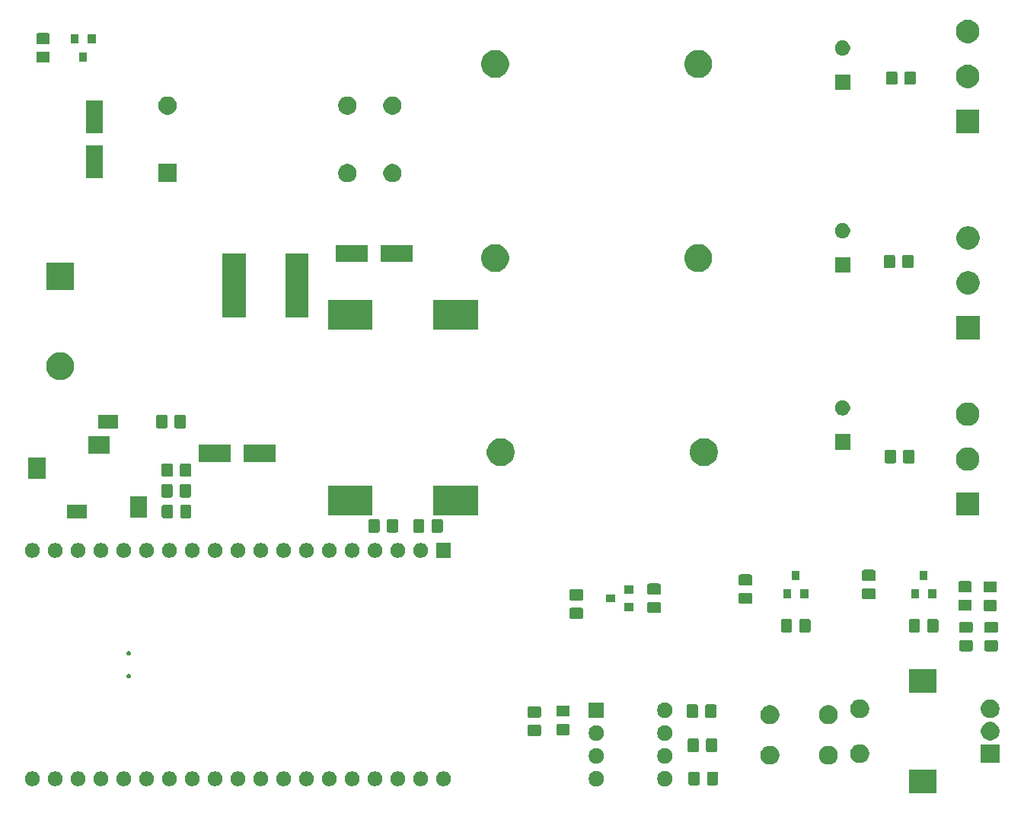
<source format=gbr>
G04 #@! TF.GenerationSoftware,KiCad,Pcbnew,5.1.6+dfsg1-1*
G04 #@! TF.CreationDate,2020-08-30T09:22:09+02:00*
G04 #@! TF.ProjectId,ledStripDriver,6c656453-7472-4697-9044-72697665722e,rev?*
G04 #@! TF.SameCoordinates,Original*
G04 #@! TF.FileFunction,Soldermask,Top*
G04 #@! TF.FilePolarity,Negative*
%FSLAX46Y46*%
G04 Gerber Fmt 4.6, Leading zero omitted, Abs format (unit mm)*
G04 Created by KiCad (PCBNEW 5.1.6+dfsg1-1) date 2020-08-30 09:22:09*
%MOMM*%
%LPD*%
G01*
G04 APERTURE LIST*
%ADD10C,0.100000*%
G04 APERTURE END LIST*
D10*
G36*
X202551000Y-139237000D02*
G01*
X199449000Y-139237000D01*
X199449000Y-136635000D01*
X202551000Y-136635000D01*
X202551000Y-139237000D01*
G37*
G36*
X172568228Y-136801703D02*
G01*
X172723100Y-136865853D01*
X172862481Y-136958985D01*
X172981015Y-137077519D01*
X173074147Y-137216900D01*
X173138297Y-137371772D01*
X173171000Y-137536184D01*
X173171000Y-137703816D01*
X173138297Y-137868228D01*
X173074147Y-138023100D01*
X172981015Y-138162481D01*
X172862481Y-138281015D01*
X172723100Y-138374147D01*
X172568228Y-138438297D01*
X172403816Y-138471000D01*
X172236184Y-138471000D01*
X172071772Y-138438297D01*
X171916900Y-138374147D01*
X171777519Y-138281015D01*
X171658985Y-138162481D01*
X171565853Y-138023100D01*
X171501703Y-137868228D01*
X171469000Y-137703816D01*
X171469000Y-137536184D01*
X171501703Y-137371772D01*
X171565853Y-137216900D01*
X171658985Y-137077519D01*
X171777519Y-136958985D01*
X171916900Y-136865853D01*
X172071772Y-136801703D01*
X172236184Y-136769000D01*
X172403816Y-136769000D01*
X172568228Y-136801703D01*
G37*
G36*
X164948228Y-136801703D02*
G01*
X165103100Y-136865853D01*
X165242481Y-136958985D01*
X165361015Y-137077519D01*
X165454147Y-137216900D01*
X165518297Y-137371772D01*
X165551000Y-137536184D01*
X165551000Y-137703816D01*
X165518297Y-137868228D01*
X165454147Y-138023100D01*
X165361015Y-138162481D01*
X165242481Y-138281015D01*
X165103100Y-138374147D01*
X164948228Y-138438297D01*
X164783816Y-138471000D01*
X164616184Y-138471000D01*
X164451772Y-138438297D01*
X164296900Y-138374147D01*
X164157519Y-138281015D01*
X164038985Y-138162481D01*
X163945853Y-138023100D01*
X163881703Y-137868228D01*
X163849000Y-137703816D01*
X163849000Y-137536184D01*
X163881703Y-137371772D01*
X163945853Y-137216900D01*
X164038985Y-137077519D01*
X164157519Y-136958985D01*
X164296900Y-136865853D01*
X164451772Y-136801703D01*
X164616184Y-136769000D01*
X164783816Y-136769000D01*
X164948228Y-136801703D01*
G37*
G36*
X137782394Y-136830934D02*
G01*
X137909216Y-136883466D01*
X137933626Y-136893577D01*
X138069732Y-136984520D01*
X138185480Y-137100268D01*
X138199448Y-137121173D01*
X138276424Y-137236376D01*
X138339066Y-137387606D01*
X138371000Y-137548152D01*
X138371000Y-137711848D01*
X138339066Y-137872394D01*
X138276642Y-138023097D01*
X138276423Y-138023626D01*
X138185480Y-138159732D01*
X138069732Y-138275480D01*
X137933626Y-138366423D01*
X137933625Y-138366424D01*
X137933624Y-138366424D01*
X137782394Y-138429066D01*
X137621848Y-138461000D01*
X137458152Y-138461000D01*
X137297606Y-138429066D01*
X137146376Y-138366424D01*
X137146375Y-138366424D01*
X137146374Y-138366423D01*
X137010268Y-138275480D01*
X136894520Y-138159732D01*
X136803577Y-138023626D01*
X136803358Y-138023097D01*
X136740934Y-137872394D01*
X136709000Y-137711848D01*
X136709000Y-137548152D01*
X136740934Y-137387606D01*
X136803576Y-137236376D01*
X136880552Y-137121173D01*
X136894520Y-137100268D01*
X137010268Y-136984520D01*
X137146374Y-136893577D01*
X137170784Y-136883466D01*
X137297606Y-136830934D01*
X137458152Y-136799000D01*
X137621848Y-136799000D01*
X137782394Y-136830934D01*
G37*
G36*
X135242394Y-136830934D02*
G01*
X135369216Y-136883466D01*
X135393626Y-136893577D01*
X135529732Y-136984520D01*
X135645480Y-137100268D01*
X135659448Y-137121173D01*
X135736424Y-137236376D01*
X135799066Y-137387606D01*
X135831000Y-137548152D01*
X135831000Y-137711848D01*
X135799066Y-137872394D01*
X135736642Y-138023097D01*
X135736423Y-138023626D01*
X135645480Y-138159732D01*
X135529732Y-138275480D01*
X135393626Y-138366423D01*
X135393625Y-138366424D01*
X135393624Y-138366424D01*
X135242394Y-138429066D01*
X135081848Y-138461000D01*
X134918152Y-138461000D01*
X134757606Y-138429066D01*
X134606376Y-138366424D01*
X134606375Y-138366424D01*
X134606374Y-138366423D01*
X134470268Y-138275480D01*
X134354520Y-138159732D01*
X134263577Y-138023626D01*
X134263358Y-138023097D01*
X134200934Y-137872394D01*
X134169000Y-137711848D01*
X134169000Y-137548152D01*
X134200934Y-137387606D01*
X134263576Y-137236376D01*
X134340552Y-137121173D01*
X134354520Y-137100268D01*
X134470268Y-136984520D01*
X134606374Y-136893577D01*
X134630784Y-136883466D01*
X134757606Y-136830934D01*
X134918152Y-136799000D01*
X135081848Y-136799000D01*
X135242394Y-136830934D01*
G37*
G36*
X132702394Y-136830934D02*
G01*
X132829216Y-136883466D01*
X132853626Y-136893577D01*
X132989732Y-136984520D01*
X133105480Y-137100268D01*
X133119448Y-137121173D01*
X133196424Y-137236376D01*
X133259066Y-137387606D01*
X133291000Y-137548152D01*
X133291000Y-137711848D01*
X133259066Y-137872394D01*
X133196642Y-138023097D01*
X133196423Y-138023626D01*
X133105480Y-138159732D01*
X132989732Y-138275480D01*
X132853626Y-138366423D01*
X132853625Y-138366424D01*
X132853624Y-138366424D01*
X132702394Y-138429066D01*
X132541848Y-138461000D01*
X132378152Y-138461000D01*
X132217606Y-138429066D01*
X132066376Y-138366424D01*
X132066375Y-138366424D01*
X132066374Y-138366423D01*
X131930268Y-138275480D01*
X131814520Y-138159732D01*
X131723577Y-138023626D01*
X131723358Y-138023097D01*
X131660934Y-137872394D01*
X131629000Y-137711848D01*
X131629000Y-137548152D01*
X131660934Y-137387606D01*
X131723576Y-137236376D01*
X131800552Y-137121173D01*
X131814520Y-137100268D01*
X131930268Y-136984520D01*
X132066374Y-136893577D01*
X132090784Y-136883466D01*
X132217606Y-136830934D01*
X132378152Y-136799000D01*
X132541848Y-136799000D01*
X132702394Y-136830934D01*
G37*
G36*
X130162394Y-136830934D02*
G01*
X130289216Y-136883466D01*
X130313626Y-136893577D01*
X130449732Y-136984520D01*
X130565480Y-137100268D01*
X130579448Y-137121173D01*
X130656424Y-137236376D01*
X130719066Y-137387606D01*
X130751000Y-137548152D01*
X130751000Y-137711848D01*
X130719066Y-137872394D01*
X130656642Y-138023097D01*
X130656423Y-138023626D01*
X130565480Y-138159732D01*
X130449732Y-138275480D01*
X130313626Y-138366423D01*
X130313625Y-138366424D01*
X130313624Y-138366424D01*
X130162394Y-138429066D01*
X130001848Y-138461000D01*
X129838152Y-138461000D01*
X129677606Y-138429066D01*
X129526376Y-138366424D01*
X129526375Y-138366424D01*
X129526374Y-138366423D01*
X129390268Y-138275480D01*
X129274520Y-138159732D01*
X129183577Y-138023626D01*
X129183358Y-138023097D01*
X129120934Y-137872394D01*
X129089000Y-137711848D01*
X129089000Y-137548152D01*
X129120934Y-137387606D01*
X129183576Y-137236376D01*
X129260552Y-137121173D01*
X129274520Y-137100268D01*
X129390268Y-136984520D01*
X129526374Y-136893577D01*
X129550784Y-136883466D01*
X129677606Y-136830934D01*
X129838152Y-136799000D01*
X130001848Y-136799000D01*
X130162394Y-136830934D01*
G37*
G36*
X127622394Y-136830934D02*
G01*
X127749216Y-136883466D01*
X127773626Y-136893577D01*
X127909732Y-136984520D01*
X128025480Y-137100268D01*
X128039448Y-137121173D01*
X128116424Y-137236376D01*
X128179066Y-137387606D01*
X128211000Y-137548152D01*
X128211000Y-137711848D01*
X128179066Y-137872394D01*
X128116642Y-138023097D01*
X128116423Y-138023626D01*
X128025480Y-138159732D01*
X127909732Y-138275480D01*
X127773626Y-138366423D01*
X127773625Y-138366424D01*
X127773624Y-138366424D01*
X127622394Y-138429066D01*
X127461848Y-138461000D01*
X127298152Y-138461000D01*
X127137606Y-138429066D01*
X126986376Y-138366424D01*
X126986375Y-138366424D01*
X126986374Y-138366423D01*
X126850268Y-138275480D01*
X126734520Y-138159732D01*
X126643577Y-138023626D01*
X126643358Y-138023097D01*
X126580934Y-137872394D01*
X126549000Y-137711848D01*
X126549000Y-137548152D01*
X126580934Y-137387606D01*
X126643576Y-137236376D01*
X126720552Y-137121173D01*
X126734520Y-137100268D01*
X126850268Y-136984520D01*
X126986374Y-136893577D01*
X127010784Y-136883466D01*
X127137606Y-136830934D01*
X127298152Y-136799000D01*
X127461848Y-136799000D01*
X127622394Y-136830934D01*
G37*
G36*
X125082394Y-136830934D02*
G01*
X125209216Y-136883466D01*
X125233626Y-136893577D01*
X125369732Y-136984520D01*
X125485480Y-137100268D01*
X125499448Y-137121173D01*
X125576424Y-137236376D01*
X125639066Y-137387606D01*
X125671000Y-137548152D01*
X125671000Y-137711848D01*
X125639066Y-137872394D01*
X125576642Y-138023097D01*
X125576423Y-138023626D01*
X125485480Y-138159732D01*
X125369732Y-138275480D01*
X125233626Y-138366423D01*
X125233625Y-138366424D01*
X125233624Y-138366424D01*
X125082394Y-138429066D01*
X124921848Y-138461000D01*
X124758152Y-138461000D01*
X124597606Y-138429066D01*
X124446376Y-138366424D01*
X124446375Y-138366424D01*
X124446374Y-138366423D01*
X124310268Y-138275480D01*
X124194520Y-138159732D01*
X124103577Y-138023626D01*
X124103358Y-138023097D01*
X124040934Y-137872394D01*
X124009000Y-137711848D01*
X124009000Y-137548152D01*
X124040934Y-137387606D01*
X124103576Y-137236376D01*
X124180552Y-137121173D01*
X124194520Y-137100268D01*
X124310268Y-136984520D01*
X124446374Y-136893577D01*
X124470784Y-136883466D01*
X124597606Y-136830934D01*
X124758152Y-136799000D01*
X124921848Y-136799000D01*
X125082394Y-136830934D01*
G37*
G36*
X122542394Y-136830934D02*
G01*
X122669216Y-136883466D01*
X122693626Y-136893577D01*
X122829732Y-136984520D01*
X122945480Y-137100268D01*
X122959448Y-137121173D01*
X123036424Y-137236376D01*
X123099066Y-137387606D01*
X123131000Y-137548152D01*
X123131000Y-137711848D01*
X123099066Y-137872394D01*
X123036642Y-138023097D01*
X123036423Y-138023626D01*
X122945480Y-138159732D01*
X122829732Y-138275480D01*
X122693626Y-138366423D01*
X122693625Y-138366424D01*
X122693624Y-138366424D01*
X122542394Y-138429066D01*
X122381848Y-138461000D01*
X122218152Y-138461000D01*
X122057606Y-138429066D01*
X121906376Y-138366424D01*
X121906375Y-138366424D01*
X121906374Y-138366423D01*
X121770268Y-138275480D01*
X121654520Y-138159732D01*
X121563577Y-138023626D01*
X121563358Y-138023097D01*
X121500934Y-137872394D01*
X121469000Y-137711848D01*
X121469000Y-137548152D01*
X121500934Y-137387606D01*
X121563576Y-137236376D01*
X121640552Y-137121173D01*
X121654520Y-137100268D01*
X121770268Y-136984520D01*
X121906374Y-136893577D01*
X121930784Y-136883466D01*
X122057606Y-136830934D01*
X122218152Y-136799000D01*
X122381848Y-136799000D01*
X122542394Y-136830934D01*
G37*
G36*
X120002394Y-136830934D02*
G01*
X120129216Y-136883466D01*
X120153626Y-136893577D01*
X120289732Y-136984520D01*
X120405480Y-137100268D01*
X120419448Y-137121173D01*
X120496424Y-137236376D01*
X120559066Y-137387606D01*
X120591000Y-137548152D01*
X120591000Y-137711848D01*
X120559066Y-137872394D01*
X120496642Y-138023097D01*
X120496423Y-138023626D01*
X120405480Y-138159732D01*
X120289732Y-138275480D01*
X120153626Y-138366423D01*
X120153625Y-138366424D01*
X120153624Y-138366424D01*
X120002394Y-138429066D01*
X119841848Y-138461000D01*
X119678152Y-138461000D01*
X119517606Y-138429066D01*
X119366376Y-138366424D01*
X119366375Y-138366424D01*
X119366374Y-138366423D01*
X119230268Y-138275480D01*
X119114520Y-138159732D01*
X119023577Y-138023626D01*
X119023358Y-138023097D01*
X118960934Y-137872394D01*
X118929000Y-137711848D01*
X118929000Y-137548152D01*
X118960934Y-137387606D01*
X119023576Y-137236376D01*
X119100552Y-137121173D01*
X119114520Y-137100268D01*
X119230268Y-136984520D01*
X119366374Y-136893577D01*
X119390784Y-136883466D01*
X119517606Y-136830934D01*
X119678152Y-136799000D01*
X119841848Y-136799000D01*
X120002394Y-136830934D01*
G37*
G36*
X142862394Y-136830934D02*
G01*
X142989216Y-136883466D01*
X143013626Y-136893577D01*
X143149732Y-136984520D01*
X143265480Y-137100268D01*
X143279448Y-137121173D01*
X143356424Y-137236376D01*
X143419066Y-137387606D01*
X143451000Y-137548152D01*
X143451000Y-137711848D01*
X143419066Y-137872394D01*
X143356642Y-138023097D01*
X143356423Y-138023626D01*
X143265480Y-138159732D01*
X143149732Y-138275480D01*
X143013626Y-138366423D01*
X143013625Y-138366424D01*
X143013624Y-138366424D01*
X142862394Y-138429066D01*
X142701848Y-138461000D01*
X142538152Y-138461000D01*
X142377606Y-138429066D01*
X142226376Y-138366424D01*
X142226375Y-138366424D01*
X142226374Y-138366423D01*
X142090268Y-138275480D01*
X141974520Y-138159732D01*
X141883577Y-138023626D01*
X141883358Y-138023097D01*
X141820934Y-137872394D01*
X141789000Y-137711848D01*
X141789000Y-137548152D01*
X141820934Y-137387606D01*
X141883576Y-137236376D01*
X141960552Y-137121173D01*
X141974520Y-137100268D01*
X142090268Y-136984520D01*
X142226374Y-136893577D01*
X142250784Y-136883466D01*
X142377606Y-136830934D01*
X142538152Y-136799000D01*
X142701848Y-136799000D01*
X142862394Y-136830934D01*
G37*
G36*
X114922394Y-136830934D02*
G01*
X115049216Y-136883466D01*
X115073626Y-136893577D01*
X115209732Y-136984520D01*
X115325480Y-137100268D01*
X115339448Y-137121173D01*
X115416424Y-137236376D01*
X115479066Y-137387606D01*
X115511000Y-137548152D01*
X115511000Y-137711848D01*
X115479066Y-137872394D01*
X115416642Y-138023097D01*
X115416423Y-138023626D01*
X115325480Y-138159732D01*
X115209732Y-138275480D01*
X115073626Y-138366423D01*
X115073625Y-138366424D01*
X115073624Y-138366424D01*
X114922394Y-138429066D01*
X114761848Y-138461000D01*
X114598152Y-138461000D01*
X114437606Y-138429066D01*
X114286376Y-138366424D01*
X114286375Y-138366424D01*
X114286374Y-138366423D01*
X114150268Y-138275480D01*
X114034520Y-138159732D01*
X113943577Y-138023626D01*
X113943358Y-138023097D01*
X113880934Y-137872394D01*
X113849000Y-137711848D01*
X113849000Y-137548152D01*
X113880934Y-137387606D01*
X113943576Y-137236376D01*
X114020552Y-137121173D01*
X114034520Y-137100268D01*
X114150268Y-136984520D01*
X114286374Y-136893577D01*
X114310784Y-136883466D01*
X114437606Y-136830934D01*
X114598152Y-136799000D01*
X114761848Y-136799000D01*
X114922394Y-136830934D01*
G37*
G36*
X112382394Y-136830934D02*
G01*
X112509216Y-136883466D01*
X112533626Y-136893577D01*
X112669732Y-136984520D01*
X112785480Y-137100268D01*
X112799448Y-137121173D01*
X112876424Y-137236376D01*
X112939066Y-137387606D01*
X112971000Y-137548152D01*
X112971000Y-137711848D01*
X112939066Y-137872394D01*
X112876642Y-138023097D01*
X112876423Y-138023626D01*
X112785480Y-138159732D01*
X112669732Y-138275480D01*
X112533626Y-138366423D01*
X112533625Y-138366424D01*
X112533624Y-138366424D01*
X112382394Y-138429066D01*
X112221848Y-138461000D01*
X112058152Y-138461000D01*
X111897606Y-138429066D01*
X111746376Y-138366424D01*
X111746375Y-138366424D01*
X111746374Y-138366423D01*
X111610268Y-138275480D01*
X111494520Y-138159732D01*
X111403577Y-138023626D01*
X111403358Y-138023097D01*
X111340934Y-137872394D01*
X111309000Y-137711848D01*
X111309000Y-137548152D01*
X111340934Y-137387606D01*
X111403576Y-137236376D01*
X111480552Y-137121173D01*
X111494520Y-137100268D01*
X111610268Y-136984520D01*
X111746374Y-136893577D01*
X111770784Y-136883466D01*
X111897606Y-136830934D01*
X112058152Y-136799000D01*
X112221848Y-136799000D01*
X112382394Y-136830934D01*
G37*
G36*
X109842394Y-136830934D02*
G01*
X109969216Y-136883466D01*
X109993626Y-136893577D01*
X110129732Y-136984520D01*
X110245480Y-137100268D01*
X110259448Y-137121173D01*
X110336424Y-137236376D01*
X110399066Y-137387606D01*
X110431000Y-137548152D01*
X110431000Y-137711848D01*
X110399066Y-137872394D01*
X110336642Y-138023097D01*
X110336423Y-138023626D01*
X110245480Y-138159732D01*
X110129732Y-138275480D01*
X109993626Y-138366423D01*
X109993625Y-138366424D01*
X109993624Y-138366424D01*
X109842394Y-138429066D01*
X109681848Y-138461000D01*
X109518152Y-138461000D01*
X109357606Y-138429066D01*
X109206376Y-138366424D01*
X109206375Y-138366424D01*
X109206374Y-138366423D01*
X109070268Y-138275480D01*
X108954520Y-138159732D01*
X108863577Y-138023626D01*
X108863358Y-138023097D01*
X108800934Y-137872394D01*
X108769000Y-137711848D01*
X108769000Y-137548152D01*
X108800934Y-137387606D01*
X108863576Y-137236376D01*
X108940552Y-137121173D01*
X108954520Y-137100268D01*
X109070268Y-136984520D01*
X109206374Y-136893577D01*
X109230784Y-136883466D01*
X109357606Y-136830934D01*
X109518152Y-136799000D01*
X109681848Y-136799000D01*
X109842394Y-136830934D01*
G37*
G36*
X107302394Y-136830934D02*
G01*
X107429216Y-136883466D01*
X107453626Y-136893577D01*
X107589732Y-136984520D01*
X107705480Y-137100268D01*
X107719448Y-137121173D01*
X107796424Y-137236376D01*
X107859066Y-137387606D01*
X107891000Y-137548152D01*
X107891000Y-137711848D01*
X107859066Y-137872394D01*
X107796642Y-138023097D01*
X107796423Y-138023626D01*
X107705480Y-138159732D01*
X107589732Y-138275480D01*
X107453626Y-138366423D01*
X107453625Y-138366424D01*
X107453624Y-138366424D01*
X107302394Y-138429066D01*
X107141848Y-138461000D01*
X106978152Y-138461000D01*
X106817606Y-138429066D01*
X106666376Y-138366424D01*
X106666375Y-138366424D01*
X106666374Y-138366423D01*
X106530268Y-138275480D01*
X106414520Y-138159732D01*
X106323577Y-138023626D01*
X106323358Y-138023097D01*
X106260934Y-137872394D01*
X106229000Y-137711848D01*
X106229000Y-137548152D01*
X106260934Y-137387606D01*
X106323576Y-137236376D01*
X106400552Y-137121173D01*
X106414520Y-137100268D01*
X106530268Y-136984520D01*
X106666374Y-136893577D01*
X106690784Y-136883466D01*
X106817606Y-136830934D01*
X106978152Y-136799000D01*
X107141848Y-136799000D01*
X107302394Y-136830934D01*
G37*
G36*
X104762394Y-136830934D02*
G01*
X104889216Y-136883466D01*
X104913626Y-136893577D01*
X105049732Y-136984520D01*
X105165480Y-137100268D01*
X105179448Y-137121173D01*
X105256424Y-137236376D01*
X105319066Y-137387606D01*
X105351000Y-137548152D01*
X105351000Y-137711848D01*
X105319066Y-137872394D01*
X105256642Y-138023097D01*
X105256423Y-138023626D01*
X105165480Y-138159732D01*
X105049732Y-138275480D01*
X104913626Y-138366423D01*
X104913625Y-138366424D01*
X104913624Y-138366424D01*
X104762394Y-138429066D01*
X104601848Y-138461000D01*
X104438152Y-138461000D01*
X104277606Y-138429066D01*
X104126376Y-138366424D01*
X104126375Y-138366424D01*
X104126374Y-138366423D01*
X103990268Y-138275480D01*
X103874520Y-138159732D01*
X103783577Y-138023626D01*
X103783358Y-138023097D01*
X103720934Y-137872394D01*
X103689000Y-137711848D01*
X103689000Y-137548152D01*
X103720934Y-137387606D01*
X103783576Y-137236376D01*
X103860552Y-137121173D01*
X103874520Y-137100268D01*
X103990268Y-136984520D01*
X104126374Y-136893577D01*
X104150784Y-136883466D01*
X104277606Y-136830934D01*
X104438152Y-136799000D01*
X104601848Y-136799000D01*
X104762394Y-136830934D01*
G37*
G36*
X102222394Y-136830934D02*
G01*
X102349216Y-136883466D01*
X102373626Y-136893577D01*
X102509732Y-136984520D01*
X102625480Y-137100268D01*
X102639448Y-137121173D01*
X102716424Y-137236376D01*
X102779066Y-137387606D01*
X102811000Y-137548152D01*
X102811000Y-137711848D01*
X102779066Y-137872394D01*
X102716642Y-138023097D01*
X102716423Y-138023626D01*
X102625480Y-138159732D01*
X102509732Y-138275480D01*
X102373626Y-138366423D01*
X102373625Y-138366424D01*
X102373624Y-138366424D01*
X102222394Y-138429066D01*
X102061848Y-138461000D01*
X101898152Y-138461000D01*
X101737606Y-138429066D01*
X101586376Y-138366424D01*
X101586375Y-138366424D01*
X101586374Y-138366423D01*
X101450268Y-138275480D01*
X101334520Y-138159732D01*
X101243577Y-138023626D01*
X101243358Y-138023097D01*
X101180934Y-137872394D01*
X101149000Y-137711848D01*
X101149000Y-137548152D01*
X101180934Y-137387606D01*
X101243576Y-137236376D01*
X101320552Y-137121173D01*
X101334520Y-137100268D01*
X101450268Y-136984520D01*
X101586374Y-136893577D01*
X101610784Y-136883466D01*
X101737606Y-136830934D01*
X101898152Y-136799000D01*
X102061848Y-136799000D01*
X102222394Y-136830934D01*
G37*
G36*
X145402394Y-136830934D02*
G01*
X145529216Y-136883466D01*
X145553626Y-136893577D01*
X145689732Y-136984520D01*
X145805480Y-137100268D01*
X145819448Y-137121173D01*
X145896424Y-137236376D01*
X145959066Y-137387606D01*
X145991000Y-137548152D01*
X145991000Y-137711848D01*
X145959066Y-137872394D01*
X145896642Y-138023097D01*
X145896423Y-138023626D01*
X145805480Y-138159732D01*
X145689732Y-138275480D01*
X145553626Y-138366423D01*
X145553625Y-138366424D01*
X145553624Y-138366424D01*
X145402394Y-138429066D01*
X145241848Y-138461000D01*
X145078152Y-138461000D01*
X144917606Y-138429066D01*
X144766376Y-138366424D01*
X144766375Y-138366424D01*
X144766374Y-138366423D01*
X144630268Y-138275480D01*
X144514520Y-138159732D01*
X144423577Y-138023626D01*
X144423358Y-138023097D01*
X144360934Y-137872394D01*
X144329000Y-137711848D01*
X144329000Y-137548152D01*
X144360934Y-137387606D01*
X144423576Y-137236376D01*
X144500552Y-137121173D01*
X144514520Y-137100268D01*
X144630268Y-136984520D01*
X144766374Y-136893577D01*
X144790784Y-136883466D01*
X144917606Y-136830934D01*
X145078152Y-136799000D01*
X145241848Y-136799000D01*
X145402394Y-136830934D01*
G37*
G36*
X147942394Y-136830934D02*
G01*
X148069216Y-136883466D01*
X148093626Y-136893577D01*
X148229732Y-136984520D01*
X148345480Y-137100268D01*
X148359448Y-137121173D01*
X148436424Y-137236376D01*
X148499066Y-137387606D01*
X148531000Y-137548152D01*
X148531000Y-137711848D01*
X148499066Y-137872394D01*
X148436642Y-138023097D01*
X148436423Y-138023626D01*
X148345480Y-138159732D01*
X148229732Y-138275480D01*
X148093626Y-138366423D01*
X148093625Y-138366424D01*
X148093624Y-138366424D01*
X147942394Y-138429066D01*
X147781848Y-138461000D01*
X147618152Y-138461000D01*
X147457606Y-138429066D01*
X147306376Y-138366424D01*
X147306375Y-138366424D01*
X147306374Y-138366423D01*
X147170268Y-138275480D01*
X147054520Y-138159732D01*
X146963577Y-138023626D01*
X146963358Y-138023097D01*
X146900934Y-137872394D01*
X146869000Y-137711848D01*
X146869000Y-137548152D01*
X146900934Y-137387606D01*
X146963576Y-137236376D01*
X147040552Y-137121173D01*
X147054520Y-137100268D01*
X147170268Y-136984520D01*
X147306374Y-136893577D01*
X147330784Y-136883466D01*
X147457606Y-136830934D01*
X147618152Y-136799000D01*
X147781848Y-136799000D01*
X147942394Y-136830934D01*
G37*
G36*
X117462394Y-136830934D02*
G01*
X117589216Y-136883466D01*
X117613626Y-136893577D01*
X117749732Y-136984520D01*
X117865480Y-137100268D01*
X117879448Y-137121173D01*
X117956424Y-137236376D01*
X118019066Y-137387606D01*
X118051000Y-137548152D01*
X118051000Y-137711848D01*
X118019066Y-137872394D01*
X117956642Y-138023097D01*
X117956423Y-138023626D01*
X117865480Y-138159732D01*
X117749732Y-138275480D01*
X117613626Y-138366423D01*
X117613625Y-138366424D01*
X117613624Y-138366424D01*
X117462394Y-138429066D01*
X117301848Y-138461000D01*
X117138152Y-138461000D01*
X116977606Y-138429066D01*
X116826376Y-138366424D01*
X116826375Y-138366424D01*
X116826374Y-138366423D01*
X116690268Y-138275480D01*
X116574520Y-138159732D01*
X116483577Y-138023626D01*
X116483358Y-138023097D01*
X116420934Y-137872394D01*
X116389000Y-137711848D01*
X116389000Y-137548152D01*
X116420934Y-137387606D01*
X116483576Y-137236376D01*
X116560552Y-137121173D01*
X116574520Y-137100268D01*
X116690268Y-136984520D01*
X116826374Y-136893577D01*
X116850784Y-136883466D01*
X116977606Y-136830934D01*
X117138152Y-136799000D01*
X117301848Y-136799000D01*
X117462394Y-136830934D01*
G37*
G36*
X140322394Y-136830934D02*
G01*
X140449216Y-136883466D01*
X140473626Y-136893577D01*
X140609732Y-136984520D01*
X140725480Y-137100268D01*
X140739448Y-137121173D01*
X140816424Y-137236376D01*
X140879066Y-137387606D01*
X140911000Y-137548152D01*
X140911000Y-137711848D01*
X140879066Y-137872394D01*
X140816642Y-138023097D01*
X140816423Y-138023626D01*
X140725480Y-138159732D01*
X140609732Y-138275480D01*
X140473626Y-138366423D01*
X140473625Y-138366424D01*
X140473624Y-138366424D01*
X140322394Y-138429066D01*
X140161848Y-138461000D01*
X139998152Y-138461000D01*
X139837606Y-138429066D01*
X139686376Y-138366424D01*
X139686375Y-138366424D01*
X139686374Y-138366423D01*
X139550268Y-138275480D01*
X139434520Y-138159732D01*
X139343577Y-138023626D01*
X139343358Y-138023097D01*
X139280934Y-137872394D01*
X139249000Y-137711848D01*
X139249000Y-137548152D01*
X139280934Y-137387606D01*
X139343576Y-137236376D01*
X139420552Y-137121173D01*
X139434520Y-137100268D01*
X139550268Y-136984520D01*
X139686374Y-136893577D01*
X139710784Y-136883466D01*
X139837606Y-136830934D01*
X139998152Y-136799000D01*
X140161848Y-136799000D01*
X140322394Y-136830934D01*
G37*
G36*
X178088674Y-136853465D02*
G01*
X178126367Y-136864899D01*
X178161103Y-136883466D01*
X178191548Y-136908452D01*
X178216534Y-136938897D01*
X178235101Y-136973633D01*
X178246535Y-137011326D01*
X178251000Y-137056661D01*
X178251000Y-138143339D01*
X178246535Y-138188674D01*
X178235101Y-138226367D01*
X178216534Y-138261103D01*
X178191548Y-138291548D01*
X178161103Y-138316534D01*
X178126367Y-138335101D01*
X178088674Y-138346535D01*
X178043339Y-138351000D01*
X177206661Y-138351000D01*
X177161326Y-138346535D01*
X177123633Y-138335101D01*
X177088897Y-138316534D01*
X177058452Y-138291548D01*
X177033466Y-138261103D01*
X177014899Y-138226367D01*
X177003465Y-138188674D01*
X176999000Y-138143339D01*
X176999000Y-137056661D01*
X177003465Y-137011326D01*
X177014899Y-136973633D01*
X177033466Y-136938897D01*
X177058452Y-136908452D01*
X177088897Y-136883466D01*
X177123633Y-136864899D01*
X177161326Y-136853465D01*
X177206661Y-136849000D01*
X178043339Y-136849000D01*
X178088674Y-136853465D01*
G37*
G36*
X176038674Y-136853465D02*
G01*
X176076367Y-136864899D01*
X176111103Y-136883466D01*
X176141548Y-136908452D01*
X176166534Y-136938897D01*
X176185101Y-136973633D01*
X176196535Y-137011326D01*
X176201000Y-137056661D01*
X176201000Y-138143339D01*
X176196535Y-138188674D01*
X176185101Y-138226367D01*
X176166534Y-138261103D01*
X176141548Y-138291548D01*
X176111103Y-138316534D01*
X176076367Y-138335101D01*
X176038674Y-138346535D01*
X175993339Y-138351000D01*
X175156661Y-138351000D01*
X175111326Y-138346535D01*
X175073633Y-138335101D01*
X175038897Y-138316534D01*
X175008452Y-138291548D01*
X174983466Y-138261103D01*
X174964899Y-138226367D01*
X174953465Y-138188674D01*
X174949000Y-138143339D01*
X174949000Y-137056661D01*
X174953465Y-137011326D01*
X174964899Y-136973633D01*
X174983466Y-136938897D01*
X175008452Y-136908452D01*
X175038897Y-136883466D01*
X175073633Y-136864899D01*
X175111326Y-136853465D01*
X175156661Y-136849000D01*
X175993339Y-136849000D01*
X176038674Y-136853465D01*
G37*
G36*
X190806564Y-133989389D02*
G01*
X190997833Y-134068615D01*
X190997835Y-134068616D01*
X191169973Y-134183635D01*
X191316365Y-134330027D01*
X191422370Y-134488674D01*
X191431385Y-134502167D01*
X191510611Y-134693436D01*
X191551000Y-134896484D01*
X191551000Y-135103516D01*
X191510611Y-135306564D01*
X191431385Y-135497833D01*
X191431384Y-135497835D01*
X191316365Y-135669973D01*
X191169973Y-135816365D01*
X190997835Y-135931384D01*
X190997834Y-135931385D01*
X190997833Y-135931385D01*
X190806564Y-136010611D01*
X190603516Y-136051000D01*
X190396484Y-136051000D01*
X190193436Y-136010611D01*
X190002167Y-135931385D01*
X190002166Y-135931385D01*
X190002165Y-135931384D01*
X189830027Y-135816365D01*
X189683635Y-135669973D01*
X189568616Y-135497835D01*
X189568615Y-135497833D01*
X189489389Y-135306564D01*
X189449000Y-135103516D01*
X189449000Y-134896484D01*
X189489389Y-134693436D01*
X189568615Y-134502167D01*
X189577631Y-134488674D01*
X189683635Y-134330027D01*
X189830027Y-134183635D01*
X190002165Y-134068616D01*
X190002167Y-134068615D01*
X190193436Y-133989389D01*
X190396484Y-133949000D01*
X190603516Y-133949000D01*
X190806564Y-133989389D01*
G37*
G36*
X184306564Y-133989389D02*
G01*
X184497833Y-134068615D01*
X184497835Y-134068616D01*
X184669973Y-134183635D01*
X184816365Y-134330027D01*
X184922370Y-134488674D01*
X184931385Y-134502167D01*
X185010611Y-134693436D01*
X185051000Y-134896484D01*
X185051000Y-135103516D01*
X185010611Y-135306564D01*
X184931385Y-135497833D01*
X184931384Y-135497835D01*
X184816365Y-135669973D01*
X184669973Y-135816365D01*
X184497835Y-135931384D01*
X184497834Y-135931385D01*
X184497833Y-135931385D01*
X184306564Y-136010611D01*
X184103516Y-136051000D01*
X183896484Y-136051000D01*
X183693436Y-136010611D01*
X183502167Y-135931385D01*
X183502166Y-135931385D01*
X183502165Y-135931384D01*
X183330027Y-135816365D01*
X183183635Y-135669973D01*
X183068616Y-135497835D01*
X183068615Y-135497833D01*
X182989389Y-135306564D01*
X182949000Y-135103516D01*
X182949000Y-134896484D01*
X182989389Y-134693436D01*
X183068615Y-134502167D01*
X183077631Y-134488674D01*
X183183635Y-134330027D01*
X183330027Y-134183635D01*
X183502165Y-134068616D01*
X183502167Y-134068615D01*
X183693436Y-133989389D01*
X183896484Y-133949000D01*
X184103516Y-133949000D01*
X184306564Y-133989389D01*
G37*
G36*
X164948228Y-134261703D02*
G01*
X165103100Y-134325853D01*
X165242481Y-134418985D01*
X165361015Y-134537519D01*
X165454147Y-134676900D01*
X165518297Y-134831772D01*
X165551000Y-134996184D01*
X165551000Y-135163816D01*
X165518297Y-135328228D01*
X165454147Y-135483100D01*
X165361015Y-135622481D01*
X165242481Y-135741015D01*
X165103100Y-135834147D01*
X164948228Y-135898297D01*
X164783816Y-135931000D01*
X164616184Y-135931000D01*
X164451772Y-135898297D01*
X164296900Y-135834147D01*
X164157519Y-135741015D01*
X164038985Y-135622481D01*
X163945853Y-135483100D01*
X163881703Y-135328228D01*
X163849000Y-135163816D01*
X163849000Y-134996184D01*
X163881703Y-134831772D01*
X163945853Y-134676900D01*
X164038985Y-134537519D01*
X164157519Y-134418985D01*
X164296900Y-134325853D01*
X164451772Y-134261703D01*
X164616184Y-134229000D01*
X164783816Y-134229000D01*
X164948228Y-134261703D01*
G37*
G36*
X172568228Y-134261703D02*
G01*
X172723100Y-134325853D01*
X172862481Y-134418985D01*
X172981015Y-134537519D01*
X173074147Y-134676900D01*
X173138297Y-134831772D01*
X173171000Y-134996184D01*
X173171000Y-135163816D01*
X173138297Y-135328228D01*
X173074147Y-135483100D01*
X172981015Y-135622481D01*
X172862481Y-135741015D01*
X172723100Y-135834147D01*
X172568228Y-135898297D01*
X172403816Y-135931000D01*
X172236184Y-135931000D01*
X172071772Y-135898297D01*
X171916900Y-135834147D01*
X171777519Y-135741015D01*
X171658985Y-135622481D01*
X171565853Y-135483100D01*
X171501703Y-135328228D01*
X171469000Y-135163816D01*
X171469000Y-134996184D01*
X171501703Y-134831772D01*
X171565853Y-134676900D01*
X171658985Y-134537519D01*
X171777519Y-134418985D01*
X171916900Y-134325853D01*
X172071772Y-134261703D01*
X172236184Y-134229000D01*
X172403816Y-134229000D01*
X172568228Y-134261703D01*
G37*
G36*
X209551000Y-135887000D02*
G01*
X207449000Y-135887000D01*
X207449000Y-133785000D01*
X209551000Y-133785000D01*
X209551000Y-135887000D01*
G37*
G36*
X194306564Y-133825389D02*
G01*
X194497833Y-133904615D01*
X194497835Y-133904616D01*
X194669973Y-134019635D01*
X194816365Y-134166027D01*
X194923157Y-134325852D01*
X194931385Y-134338167D01*
X195010611Y-134529436D01*
X195051000Y-134732484D01*
X195051000Y-134939516D01*
X195010611Y-135142564D01*
X194933706Y-135328229D01*
X194931384Y-135333835D01*
X194816365Y-135505973D01*
X194669973Y-135652365D01*
X194497835Y-135767384D01*
X194497834Y-135767385D01*
X194497833Y-135767385D01*
X194306564Y-135846611D01*
X194103516Y-135887000D01*
X193896484Y-135887000D01*
X193693436Y-135846611D01*
X193502167Y-135767385D01*
X193502166Y-135767385D01*
X193502165Y-135767384D01*
X193330027Y-135652365D01*
X193183635Y-135505973D01*
X193068616Y-135333835D01*
X193066294Y-135328229D01*
X192989389Y-135142564D01*
X192949000Y-134939516D01*
X192949000Y-134732484D01*
X192989389Y-134529436D01*
X193068615Y-134338167D01*
X193076844Y-134325852D01*
X193183635Y-134166027D01*
X193330027Y-134019635D01*
X193502165Y-133904616D01*
X193502167Y-133904615D01*
X193693436Y-133825389D01*
X193896484Y-133785000D01*
X194103516Y-133785000D01*
X194306564Y-133825389D01*
G37*
G36*
X177988674Y-133153465D02*
G01*
X178026367Y-133164899D01*
X178061103Y-133183466D01*
X178091548Y-133208452D01*
X178116534Y-133238897D01*
X178135101Y-133273633D01*
X178146535Y-133311326D01*
X178151000Y-133356661D01*
X178151000Y-134443339D01*
X178146535Y-134488674D01*
X178135101Y-134526367D01*
X178116534Y-134561103D01*
X178091548Y-134591548D01*
X178061103Y-134616534D01*
X178026367Y-134635101D01*
X177988674Y-134646535D01*
X177943339Y-134651000D01*
X177106661Y-134651000D01*
X177061326Y-134646535D01*
X177023633Y-134635101D01*
X176988897Y-134616534D01*
X176958452Y-134591548D01*
X176933466Y-134561103D01*
X176914899Y-134526367D01*
X176903465Y-134488674D01*
X176899000Y-134443339D01*
X176899000Y-133356661D01*
X176903465Y-133311326D01*
X176914899Y-133273633D01*
X176933466Y-133238897D01*
X176958452Y-133208452D01*
X176988897Y-133183466D01*
X177023633Y-133164899D01*
X177061326Y-133153465D01*
X177106661Y-133149000D01*
X177943339Y-133149000D01*
X177988674Y-133153465D01*
G37*
G36*
X175938674Y-133153465D02*
G01*
X175976367Y-133164899D01*
X176011103Y-133183466D01*
X176041548Y-133208452D01*
X176066534Y-133238897D01*
X176085101Y-133273633D01*
X176096535Y-133311326D01*
X176101000Y-133356661D01*
X176101000Y-134443339D01*
X176096535Y-134488674D01*
X176085101Y-134526367D01*
X176066534Y-134561103D01*
X176041548Y-134591548D01*
X176011103Y-134616534D01*
X175976367Y-134635101D01*
X175938674Y-134646535D01*
X175893339Y-134651000D01*
X175056661Y-134651000D01*
X175011326Y-134646535D01*
X174973633Y-134635101D01*
X174938897Y-134616534D01*
X174908452Y-134591548D01*
X174883466Y-134561103D01*
X174864899Y-134526367D01*
X174853465Y-134488674D01*
X174849000Y-134443339D01*
X174849000Y-133356661D01*
X174853465Y-133311326D01*
X174864899Y-133273633D01*
X174883466Y-133238897D01*
X174908452Y-133208452D01*
X174938897Y-133183466D01*
X174973633Y-133164899D01*
X175011326Y-133153465D01*
X175056661Y-133149000D01*
X175893339Y-133149000D01*
X175938674Y-133153465D01*
G37*
G36*
X172568228Y-131721703D02*
G01*
X172723100Y-131785853D01*
X172862481Y-131878985D01*
X172981015Y-131997519D01*
X173074147Y-132136900D01*
X173138297Y-132291772D01*
X173171000Y-132456184D01*
X173171000Y-132623816D01*
X173138297Y-132788228D01*
X173074147Y-132943100D01*
X172981015Y-133082481D01*
X172862481Y-133201015D01*
X172723100Y-133294147D01*
X172568228Y-133358297D01*
X172403816Y-133391000D01*
X172236184Y-133391000D01*
X172071772Y-133358297D01*
X171916900Y-133294147D01*
X171777519Y-133201015D01*
X171658985Y-133082481D01*
X171565853Y-132943100D01*
X171501703Y-132788228D01*
X171469000Y-132623816D01*
X171469000Y-132456184D01*
X171501703Y-132291772D01*
X171565853Y-132136900D01*
X171658985Y-131997519D01*
X171777519Y-131878985D01*
X171916900Y-131785853D01*
X172071772Y-131721703D01*
X172236184Y-131689000D01*
X172403816Y-131689000D01*
X172568228Y-131721703D01*
G37*
G36*
X164948228Y-131721703D02*
G01*
X165103100Y-131785853D01*
X165242481Y-131878985D01*
X165361015Y-131997519D01*
X165454147Y-132136900D01*
X165518297Y-132291772D01*
X165551000Y-132456184D01*
X165551000Y-132623816D01*
X165518297Y-132788228D01*
X165454147Y-132943100D01*
X165361015Y-133082481D01*
X165242481Y-133201015D01*
X165103100Y-133294147D01*
X164948228Y-133358297D01*
X164783816Y-133391000D01*
X164616184Y-133391000D01*
X164451772Y-133358297D01*
X164296900Y-133294147D01*
X164157519Y-133201015D01*
X164038985Y-133082481D01*
X163945853Y-132943100D01*
X163881703Y-132788228D01*
X163849000Y-132623816D01*
X163849000Y-132456184D01*
X163881703Y-132291772D01*
X163945853Y-132136900D01*
X164038985Y-131997519D01*
X164157519Y-131878985D01*
X164296900Y-131785853D01*
X164451772Y-131721703D01*
X164616184Y-131689000D01*
X164783816Y-131689000D01*
X164948228Y-131721703D01*
G37*
G36*
X208806564Y-131325389D02*
G01*
X208997833Y-131404615D01*
X208997835Y-131404616D01*
X209169973Y-131519635D01*
X209316365Y-131666027D01*
X209396430Y-131785852D01*
X209431385Y-131838167D01*
X209510611Y-132029436D01*
X209551000Y-132232484D01*
X209551000Y-132439516D01*
X209510611Y-132642564D01*
X209432918Y-132830131D01*
X209431384Y-132833835D01*
X209316365Y-133005973D01*
X209169973Y-133152365D01*
X208997835Y-133267384D01*
X208997834Y-133267385D01*
X208997833Y-133267385D01*
X208806564Y-133346611D01*
X208603516Y-133387000D01*
X208396484Y-133387000D01*
X208193436Y-133346611D01*
X208002167Y-133267385D01*
X208002166Y-133267385D01*
X208002165Y-133267384D01*
X207830027Y-133152365D01*
X207683635Y-133005973D01*
X207568616Y-132833835D01*
X207567082Y-132830131D01*
X207489389Y-132642564D01*
X207449000Y-132439516D01*
X207449000Y-132232484D01*
X207489389Y-132029436D01*
X207568615Y-131838167D01*
X207603571Y-131785852D01*
X207683635Y-131666027D01*
X207830027Y-131519635D01*
X208002165Y-131404616D01*
X208002167Y-131404615D01*
X208193436Y-131325389D01*
X208396484Y-131285000D01*
X208603516Y-131285000D01*
X208806564Y-131325389D01*
G37*
G36*
X158388674Y-131628465D02*
G01*
X158426367Y-131639899D01*
X158461103Y-131658466D01*
X158491548Y-131683452D01*
X158516534Y-131713897D01*
X158535101Y-131748633D01*
X158546535Y-131786326D01*
X158551000Y-131831661D01*
X158551000Y-132668339D01*
X158546535Y-132713674D01*
X158535101Y-132751367D01*
X158516534Y-132786103D01*
X158491548Y-132816548D01*
X158461103Y-132841534D01*
X158426367Y-132860101D01*
X158388674Y-132871535D01*
X158343339Y-132876000D01*
X157256661Y-132876000D01*
X157211326Y-132871535D01*
X157173633Y-132860101D01*
X157138897Y-132841534D01*
X157108452Y-132816548D01*
X157083466Y-132786103D01*
X157064899Y-132751367D01*
X157053465Y-132713674D01*
X157049000Y-132668339D01*
X157049000Y-131831661D01*
X157053465Y-131786326D01*
X157064899Y-131748633D01*
X157083466Y-131713897D01*
X157108452Y-131683452D01*
X157138897Y-131658466D01*
X157173633Y-131639899D01*
X157211326Y-131628465D01*
X157256661Y-131624000D01*
X158343339Y-131624000D01*
X158388674Y-131628465D01*
G37*
G36*
X161588674Y-131528465D02*
G01*
X161626367Y-131539899D01*
X161661103Y-131558466D01*
X161691548Y-131583452D01*
X161716534Y-131613897D01*
X161735101Y-131648633D01*
X161746535Y-131686326D01*
X161751000Y-131731661D01*
X161751000Y-132568339D01*
X161746535Y-132613674D01*
X161735101Y-132651367D01*
X161716534Y-132686103D01*
X161691548Y-132716548D01*
X161661103Y-132741534D01*
X161626367Y-132760101D01*
X161588674Y-132771535D01*
X161543339Y-132776000D01*
X160456661Y-132776000D01*
X160411326Y-132771535D01*
X160373633Y-132760101D01*
X160338897Y-132741534D01*
X160308452Y-132716548D01*
X160283466Y-132686103D01*
X160264899Y-132651367D01*
X160253465Y-132613674D01*
X160249000Y-132568339D01*
X160249000Y-131731661D01*
X160253465Y-131686326D01*
X160264899Y-131648633D01*
X160283466Y-131613897D01*
X160308452Y-131583452D01*
X160338897Y-131558466D01*
X160373633Y-131539899D01*
X160411326Y-131528465D01*
X160456661Y-131524000D01*
X161543339Y-131524000D01*
X161588674Y-131528465D01*
G37*
G36*
X190806564Y-129489389D02*
G01*
X190996529Y-129568075D01*
X190997835Y-129568616D01*
X191074540Y-129619869D01*
X191169973Y-129683635D01*
X191316365Y-129830027D01*
X191431385Y-130002167D01*
X191510611Y-130193436D01*
X191551000Y-130396484D01*
X191551000Y-130603516D01*
X191510611Y-130806564D01*
X191494023Y-130846610D01*
X191431384Y-130997835D01*
X191316365Y-131169973D01*
X191169973Y-131316365D01*
X190997835Y-131431384D01*
X190997834Y-131431385D01*
X190997833Y-131431385D01*
X190806564Y-131510611D01*
X190603516Y-131551000D01*
X190396484Y-131551000D01*
X190193436Y-131510611D01*
X190002167Y-131431385D01*
X190002166Y-131431385D01*
X190002165Y-131431384D01*
X189830027Y-131316365D01*
X189683635Y-131169973D01*
X189568616Y-130997835D01*
X189505977Y-130846610D01*
X189489389Y-130806564D01*
X189449000Y-130603516D01*
X189449000Y-130396484D01*
X189489389Y-130193436D01*
X189568615Y-130002167D01*
X189683635Y-129830027D01*
X189830027Y-129683635D01*
X189925460Y-129619869D01*
X190002165Y-129568616D01*
X190003471Y-129568075D01*
X190193436Y-129489389D01*
X190396484Y-129449000D01*
X190603516Y-129449000D01*
X190806564Y-129489389D01*
G37*
G36*
X184306564Y-129489389D02*
G01*
X184496529Y-129568075D01*
X184497835Y-129568616D01*
X184574540Y-129619869D01*
X184669973Y-129683635D01*
X184816365Y-129830027D01*
X184931385Y-130002167D01*
X185010611Y-130193436D01*
X185051000Y-130396484D01*
X185051000Y-130603516D01*
X185010611Y-130806564D01*
X184994023Y-130846610D01*
X184931384Y-130997835D01*
X184816365Y-131169973D01*
X184669973Y-131316365D01*
X184497835Y-131431384D01*
X184497834Y-131431385D01*
X184497833Y-131431385D01*
X184306564Y-131510611D01*
X184103516Y-131551000D01*
X183896484Y-131551000D01*
X183693436Y-131510611D01*
X183502167Y-131431385D01*
X183502166Y-131431385D01*
X183502165Y-131431384D01*
X183330027Y-131316365D01*
X183183635Y-131169973D01*
X183068616Y-130997835D01*
X183005977Y-130846610D01*
X182989389Y-130806564D01*
X182949000Y-130603516D01*
X182949000Y-130396484D01*
X182989389Y-130193436D01*
X183068615Y-130002167D01*
X183183635Y-129830027D01*
X183330027Y-129683635D01*
X183425460Y-129619869D01*
X183502165Y-129568616D01*
X183503471Y-129568075D01*
X183693436Y-129489389D01*
X183896484Y-129449000D01*
X184103516Y-129449000D01*
X184306564Y-129489389D01*
G37*
G36*
X208806564Y-128825389D02*
G01*
X208997833Y-128904615D01*
X208997835Y-128904616D01*
X209169973Y-129019635D01*
X209316365Y-129166027D01*
X209431385Y-129338167D01*
X209510611Y-129529436D01*
X209551000Y-129732484D01*
X209551000Y-129939516D01*
X209510611Y-130142564D01*
X209466843Y-130248229D01*
X209431384Y-130333835D01*
X209316365Y-130505973D01*
X209169973Y-130652365D01*
X208997835Y-130767384D01*
X208997834Y-130767385D01*
X208997833Y-130767385D01*
X208806564Y-130846611D01*
X208603516Y-130887000D01*
X208396484Y-130887000D01*
X208193436Y-130846611D01*
X208002167Y-130767385D01*
X208002166Y-130767385D01*
X208002165Y-130767384D01*
X207830027Y-130652365D01*
X207683635Y-130505973D01*
X207568616Y-130333835D01*
X207533157Y-130248229D01*
X207489389Y-130142564D01*
X207449000Y-129939516D01*
X207449000Y-129732484D01*
X207489389Y-129529436D01*
X207568615Y-129338167D01*
X207683635Y-129166027D01*
X207830027Y-129019635D01*
X208002165Y-128904616D01*
X208002167Y-128904615D01*
X208193436Y-128825389D01*
X208396484Y-128785000D01*
X208603516Y-128785000D01*
X208806564Y-128825389D01*
G37*
G36*
X194306564Y-128825389D02*
G01*
X194497833Y-128904615D01*
X194497835Y-128904616D01*
X194669973Y-129019635D01*
X194816365Y-129166027D01*
X194931385Y-129338167D01*
X195010611Y-129529436D01*
X195051000Y-129732484D01*
X195051000Y-129939516D01*
X195010611Y-130142564D01*
X194966843Y-130248229D01*
X194931384Y-130333835D01*
X194816365Y-130505973D01*
X194669973Y-130652365D01*
X194497835Y-130767384D01*
X194497834Y-130767385D01*
X194497833Y-130767385D01*
X194306564Y-130846611D01*
X194103516Y-130887000D01*
X193896484Y-130887000D01*
X193693436Y-130846611D01*
X193502167Y-130767385D01*
X193502166Y-130767385D01*
X193502165Y-130767384D01*
X193330027Y-130652365D01*
X193183635Y-130505973D01*
X193068616Y-130333835D01*
X193033157Y-130248229D01*
X192989389Y-130142564D01*
X192949000Y-129939516D01*
X192949000Y-129732484D01*
X192989389Y-129529436D01*
X193068615Y-129338167D01*
X193183635Y-129166027D01*
X193330027Y-129019635D01*
X193502165Y-128904616D01*
X193502167Y-128904615D01*
X193693436Y-128825389D01*
X193896484Y-128785000D01*
X194103516Y-128785000D01*
X194306564Y-128825389D01*
G37*
G36*
X172568228Y-129181703D02*
G01*
X172723100Y-129245853D01*
X172862481Y-129338985D01*
X172981015Y-129457519D01*
X173074147Y-129596900D01*
X173138297Y-129751772D01*
X173171000Y-129916184D01*
X173171000Y-130083816D01*
X173138297Y-130248228D01*
X173074147Y-130403100D01*
X172981015Y-130542481D01*
X172862481Y-130661015D01*
X172723100Y-130754147D01*
X172568228Y-130818297D01*
X172403816Y-130851000D01*
X172236184Y-130851000D01*
X172071772Y-130818297D01*
X171916900Y-130754147D01*
X171777519Y-130661015D01*
X171658985Y-130542481D01*
X171565853Y-130403100D01*
X171501703Y-130248228D01*
X171469000Y-130083816D01*
X171469000Y-129916184D01*
X171501703Y-129751772D01*
X171565853Y-129596900D01*
X171658985Y-129457519D01*
X171777519Y-129338985D01*
X171916900Y-129245853D01*
X172071772Y-129181703D01*
X172236184Y-129149000D01*
X172403816Y-129149000D01*
X172568228Y-129181703D01*
G37*
G36*
X175838674Y-129353465D02*
G01*
X175876367Y-129364899D01*
X175911103Y-129383466D01*
X175941548Y-129408452D01*
X175966534Y-129438897D01*
X175985101Y-129473633D01*
X175996535Y-129511326D01*
X176001000Y-129556661D01*
X176001000Y-130643339D01*
X175996535Y-130688674D01*
X175985101Y-130726367D01*
X175966534Y-130761103D01*
X175941548Y-130791548D01*
X175911103Y-130816534D01*
X175876367Y-130835101D01*
X175838674Y-130846535D01*
X175793339Y-130851000D01*
X174956661Y-130851000D01*
X174911326Y-130846535D01*
X174873633Y-130835101D01*
X174838897Y-130816534D01*
X174808452Y-130791548D01*
X174783466Y-130761103D01*
X174764899Y-130726367D01*
X174753465Y-130688674D01*
X174749000Y-130643339D01*
X174749000Y-129556661D01*
X174753465Y-129511326D01*
X174764899Y-129473633D01*
X174783466Y-129438897D01*
X174808452Y-129408452D01*
X174838897Y-129383466D01*
X174873633Y-129364899D01*
X174911326Y-129353465D01*
X174956661Y-129349000D01*
X175793339Y-129349000D01*
X175838674Y-129353465D01*
G37*
G36*
X177888674Y-129353465D02*
G01*
X177926367Y-129364899D01*
X177961103Y-129383466D01*
X177991548Y-129408452D01*
X178016534Y-129438897D01*
X178035101Y-129473633D01*
X178046535Y-129511326D01*
X178051000Y-129556661D01*
X178051000Y-130643339D01*
X178046535Y-130688674D01*
X178035101Y-130726367D01*
X178016534Y-130761103D01*
X177991548Y-130791548D01*
X177961103Y-130816534D01*
X177926367Y-130835101D01*
X177888674Y-130846535D01*
X177843339Y-130851000D01*
X177006661Y-130851000D01*
X176961326Y-130846535D01*
X176923633Y-130835101D01*
X176888897Y-130816534D01*
X176858452Y-130791548D01*
X176833466Y-130761103D01*
X176814899Y-130726367D01*
X176803465Y-130688674D01*
X176799000Y-130643339D01*
X176799000Y-129556661D01*
X176803465Y-129511326D01*
X176814899Y-129473633D01*
X176833466Y-129438897D01*
X176858452Y-129408452D01*
X176888897Y-129383466D01*
X176923633Y-129364899D01*
X176961326Y-129353465D01*
X177006661Y-129349000D01*
X177843339Y-129349000D01*
X177888674Y-129353465D01*
G37*
G36*
X165551000Y-130851000D02*
G01*
X163849000Y-130851000D01*
X163849000Y-129149000D01*
X165551000Y-129149000D01*
X165551000Y-130851000D01*
G37*
G36*
X158388674Y-129578465D02*
G01*
X158426367Y-129589899D01*
X158461103Y-129608466D01*
X158491548Y-129633452D01*
X158516534Y-129663897D01*
X158535101Y-129698633D01*
X158546535Y-129736326D01*
X158551000Y-129781661D01*
X158551000Y-130618339D01*
X158546535Y-130663674D01*
X158535101Y-130701367D01*
X158516534Y-130736103D01*
X158491548Y-130766548D01*
X158461103Y-130791534D01*
X158426367Y-130810101D01*
X158388674Y-130821535D01*
X158343339Y-130826000D01*
X157256661Y-130826000D01*
X157211326Y-130821535D01*
X157173633Y-130810101D01*
X157138897Y-130791534D01*
X157108452Y-130766548D01*
X157083466Y-130736103D01*
X157064899Y-130701367D01*
X157053465Y-130663674D01*
X157049000Y-130618339D01*
X157049000Y-129781661D01*
X157053465Y-129736326D01*
X157064899Y-129698633D01*
X157083466Y-129663897D01*
X157108452Y-129633452D01*
X157138897Y-129608466D01*
X157173633Y-129589899D01*
X157211326Y-129578465D01*
X157256661Y-129574000D01*
X158343339Y-129574000D01*
X158388674Y-129578465D01*
G37*
G36*
X161588674Y-129478465D02*
G01*
X161626367Y-129489899D01*
X161661103Y-129508466D01*
X161691548Y-129533452D01*
X161716534Y-129563897D01*
X161735101Y-129598633D01*
X161746535Y-129636326D01*
X161751000Y-129681661D01*
X161751000Y-130518339D01*
X161746535Y-130563674D01*
X161735101Y-130601367D01*
X161716534Y-130636103D01*
X161691548Y-130666548D01*
X161661103Y-130691534D01*
X161626367Y-130710101D01*
X161588674Y-130721535D01*
X161543339Y-130726000D01*
X160456661Y-130726000D01*
X160411326Y-130721535D01*
X160373633Y-130710101D01*
X160338897Y-130691534D01*
X160308452Y-130666548D01*
X160283466Y-130636103D01*
X160264899Y-130601367D01*
X160253465Y-130563674D01*
X160249000Y-130518339D01*
X160249000Y-129681661D01*
X160253465Y-129636326D01*
X160264899Y-129598633D01*
X160283466Y-129563897D01*
X160308452Y-129533452D01*
X160338897Y-129508466D01*
X160373633Y-129489899D01*
X160411326Y-129478465D01*
X160456661Y-129474000D01*
X161543339Y-129474000D01*
X161588674Y-129478465D01*
G37*
G36*
X202551000Y-128037000D02*
G01*
X199449000Y-128037000D01*
X199449000Y-125435000D01*
X202551000Y-125435000D01*
X202551000Y-128037000D01*
G37*
G36*
X112772923Y-125959607D02*
G01*
X112801611Y-125971491D01*
X112818420Y-125978453D01*
X112859366Y-126005812D01*
X112894188Y-126040634D01*
X112921547Y-126081580D01*
X112940393Y-126127078D01*
X112950000Y-126175377D01*
X112950000Y-126224623D01*
X112940393Y-126272922D01*
X112921547Y-126318420D01*
X112894188Y-126359366D01*
X112859366Y-126394188D01*
X112818420Y-126421547D01*
X112801611Y-126428509D01*
X112772923Y-126440393D01*
X112724624Y-126450000D01*
X112675376Y-126450000D01*
X112627077Y-126440393D01*
X112598389Y-126428509D01*
X112581580Y-126421547D01*
X112540634Y-126394188D01*
X112505812Y-126359366D01*
X112478453Y-126318420D01*
X112459607Y-126272922D01*
X112450000Y-126224623D01*
X112450000Y-126175377D01*
X112459607Y-126127078D01*
X112478453Y-126081580D01*
X112505812Y-126040634D01*
X112540634Y-126005812D01*
X112581580Y-125978453D01*
X112598389Y-125971491D01*
X112627077Y-125959607D01*
X112675376Y-125950000D01*
X112724624Y-125950000D01*
X112772923Y-125959607D01*
G37*
G36*
X112772923Y-123419607D02*
G01*
X112798694Y-123430282D01*
X112818420Y-123438453D01*
X112859366Y-123465812D01*
X112894188Y-123500634D01*
X112921547Y-123541580D01*
X112940393Y-123587078D01*
X112950000Y-123635377D01*
X112950000Y-123684623D01*
X112940393Y-123732922D01*
X112921547Y-123778420D01*
X112894188Y-123819366D01*
X112859366Y-123854188D01*
X112818420Y-123881547D01*
X112801611Y-123888509D01*
X112772923Y-123900393D01*
X112724624Y-123910000D01*
X112675376Y-123910000D01*
X112627077Y-123900393D01*
X112598389Y-123888509D01*
X112581580Y-123881547D01*
X112540634Y-123854188D01*
X112505812Y-123819366D01*
X112478453Y-123778420D01*
X112459607Y-123732922D01*
X112450000Y-123684623D01*
X112450000Y-123635377D01*
X112459607Y-123587078D01*
X112478453Y-123541580D01*
X112505812Y-123500634D01*
X112540634Y-123465812D01*
X112581580Y-123438453D01*
X112601306Y-123430282D01*
X112627077Y-123419607D01*
X112675376Y-123410000D01*
X112724624Y-123410000D01*
X112772923Y-123419607D01*
G37*
G36*
X206388674Y-122203465D02*
G01*
X206426367Y-122214899D01*
X206461103Y-122233466D01*
X206491548Y-122258452D01*
X206516534Y-122288897D01*
X206535101Y-122323633D01*
X206546535Y-122361326D01*
X206551000Y-122406661D01*
X206551000Y-123243339D01*
X206546535Y-123288674D01*
X206535101Y-123326367D01*
X206516534Y-123361103D01*
X206491548Y-123391548D01*
X206461103Y-123416534D01*
X206426367Y-123435101D01*
X206388674Y-123446535D01*
X206343339Y-123451000D01*
X205256661Y-123451000D01*
X205211326Y-123446535D01*
X205173633Y-123435101D01*
X205138897Y-123416534D01*
X205108452Y-123391548D01*
X205083466Y-123361103D01*
X205064899Y-123326367D01*
X205053465Y-123288674D01*
X205049000Y-123243339D01*
X205049000Y-122406661D01*
X205053465Y-122361326D01*
X205064899Y-122323633D01*
X205083466Y-122288897D01*
X205108452Y-122258452D01*
X205138897Y-122233466D01*
X205173633Y-122214899D01*
X205211326Y-122203465D01*
X205256661Y-122199000D01*
X206343339Y-122199000D01*
X206388674Y-122203465D01*
G37*
G36*
X209188674Y-122203465D02*
G01*
X209226367Y-122214899D01*
X209261103Y-122233466D01*
X209291548Y-122258452D01*
X209316534Y-122288897D01*
X209335101Y-122323633D01*
X209346535Y-122361326D01*
X209351000Y-122406661D01*
X209351000Y-123243339D01*
X209346535Y-123288674D01*
X209335101Y-123326367D01*
X209316534Y-123361103D01*
X209291548Y-123391548D01*
X209261103Y-123416534D01*
X209226367Y-123435101D01*
X209188674Y-123446535D01*
X209143339Y-123451000D01*
X208056661Y-123451000D01*
X208011326Y-123446535D01*
X207973633Y-123435101D01*
X207938897Y-123416534D01*
X207908452Y-123391548D01*
X207883466Y-123361103D01*
X207864899Y-123326367D01*
X207853465Y-123288674D01*
X207849000Y-123243339D01*
X207849000Y-122406661D01*
X207853465Y-122361326D01*
X207864899Y-122323633D01*
X207883466Y-122288897D01*
X207908452Y-122258452D01*
X207938897Y-122233466D01*
X207973633Y-122214899D01*
X208011326Y-122203465D01*
X208056661Y-122199000D01*
X209143339Y-122199000D01*
X209188674Y-122203465D01*
G37*
G36*
X209188674Y-120153465D02*
G01*
X209226367Y-120164899D01*
X209261103Y-120183466D01*
X209291548Y-120208452D01*
X209316534Y-120238897D01*
X209335101Y-120273633D01*
X209346535Y-120311326D01*
X209351000Y-120356661D01*
X209351000Y-121193339D01*
X209346535Y-121238674D01*
X209335101Y-121276367D01*
X209316534Y-121311103D01*
X209291548Y-121341548D01*
X209261103Y-121366534D01*
X209226367Y-121385101D01*
X209188674Y-121396535D01*
X209143339Y-121401000D01*
X208056661Y-121401000D01*
X208011326Y-121396535D01*
X207973633Y-121385101D01*
X207938897Y-121366534D01*
X207908452Y-121341548D01*
X207883466Y-121311103D01*
X207864899Y-121276367D01*
X207853465Y-121238674D01*
X207849000Y-121193339D01*
X207849000Y-120356661D01*
X207853465Y-120311326D01*
X207864899Y-120273633D01*
X207883466Y-120238897D01*
X207908452Y-120208452D01*
X207938897Y-120183466D01*
X207973633Y-120164899D01*
X208011326Y-120153465D01*
X208056661Y-120149000D01*
X209143339Y-120149000D01*
X209188674Y-120153465D01*
G37*
G36*
X206388674Y-120153465D02*
G01*
X206426367Y-120164899D01*
X206461103Y-120183466D01*
X206491548Y-120208452D01*
X206516534Y-120238897D01*
X206535101Y-120273633D01*
X206546535Y-120311326D01*
X206551000Y-120356661D01*
X206551000Y-121193339D01*
X206546535Y-121238674D01*
X206535101Y-121276367D01*
X206516534Y-121311103D01*
X206491548Y-121341548D01*
X206461103Y-121366534D01*
X206426367Y-121385101D01*
X206388674Y-121396535D01*
X206343339Y-121401000D01*
X205256661Y-121401000D01*
X205211326Y-121396535D01*
X205173633Y-121385101D01*
X205138897Y-121366534D01*
X205108452Y-121341548D01*
X205083466Y-121311103D01*
X205064899Y-121276367D01*
X205053465Y-121238674D01*
X205049000Y-121193339D01*
X205049000Y-120356661D01*
X205053465Y-120311326D01*
X205064899Y-120273633D01*
X205083466Y-120238897D01*
X205108452Y-120208452D01*
X205138897Y-120183466D01*
X205173633Y-120164899D01*
X205211326Y-120153465D01*
X205256661Y-120149000D01*
X206343339Y-120149000D01*
X206388674Y-120153465D01*
G37*
G36*
X200530674Y-119865465D02*
G01*
X200568367Y-119876899D01*
X200603103Y-119895466D01*
X200633548Y-119920452D01*
X200658534Y-119950897D01*
X200677101Y-119985633D01*
X200688535Y-120023326D01*
X200693000Y-120068661D01*
X200693000Y-121155339D01*
X200688535Y-121200674D01*
X200677101Y-121238367D01*
X200658534Y-121273103D01*
X200633548Y-121303548D01*
X200603103Y-121328534D01*
X200568367Y-121347101D01*
X200530674Y-121358535D01*
X200485339Y-121363000D01*
X199648661Y-121363000D01*
X199603326Y-121358535D01*
X199565633Y-121347101D01*
X199530897Y-121328534D01*
X199500452Y-121303548D01*
X199475466Y-121273103D01*
X199456899Y-121238367D01*
X199445465Y-121200674D01*
X199441000Y-121155339D01*
X199441000Y-120068661D01*
X199445465Y-120023326D01*
X199456899Y-119985633D01*
X199475466Y-119950897D01*
X199500452Y-119920452D01*
X199530897Y-119895466D01*
X199565633Y-119876899D01*
X199603326Y-119865465D01*
X199648661Y-119861000D01*
X200485339Y-119861000D01*
X200530674Y-119865465D01*
G37*
G36*
X188356674Y-119865465D02*
G01*
X188394367Y-119876899D01*
X188429103Y-119895466D01*
X188459548Y-119920452D01*
X188484534Y-119950897D01*
X188503101Y-119985633D01*
X188514535Y-120023326D01*
X188519000Y-120068661D01*
X188519000Y-121155339D01*
X188514535Y-121200674D01*
X188503101Y-121238367D01*
X188484534Y-121273103D01*
X188459548Y-121303548D01*
X188429103Y-121328534D01*
X188394367Y-121347101D01*
X188356674Y-121358535D01*
X188311339Y-121363000D01*
X187474661Y-121363000D01*
X187429326Y-121358535D01*
X187391633Y-121347101D01*
X187356897Y-121328534D01*
X187326452Y-121303548D01*
X187301466Y-121273103D01*
X187282899Y-121238367D01*
X187271465Y-121200674D01*
X187267000Y-121155339D01*
X187267000Y-120068661D01*
X187271465Y-120023326D01*
X187282899Y-119985633D01*
X187301466Y-119950897D01*
X187326452Y-119920452D01*
X187356897Y-119895466D01*
X187391633Y-119876899D01*
X187429326Y-119865465D01*
X187474661Y-119861000D01*
X188311339Y-119861000D01*
X188356674Y-119865465D01*
G37*
G36*
X202580674Y-119865465D02*
G01*
X202618367Y-119876899D01*
X202653103Y-119895466D01*
X202683548Y-119920452D01*
X202708534Y-119950897D01*
X202727101Y-119985633D01*
X202738535Y-120023326D01*
X202743000Y-120068661D01*
X202743000Y-121155339D01*
X202738535Y-121200674D01*
X202727101Y-121238367D01*
X202708534Y-121273103D01*
X202683548Y-121303548D01*
X202653103Y-121328534D01*
X202618367Y-121347101D01*
X202580674Y-121358535D01*
X202535339Y-121363000D01*
X201698661Y-121363000D01*
X201653326Y-121358535D01*
X201615633Y-121347101D01*
X201580897Y-121328534D01*
X201550452Y-121303548D01*
X201525466Y-121273103D01*
X201506899Y-121238367D01*
X201495465Y-121200674D01*
X201491000Y-121155339D01*
X201491000Y-120068661D01*
X201495465Y-120023326D01*
X201506899Y-119985633D01*
X201525466Y-119950897D01*
X201550452Y-119920452D01*
X201580897Y-119895466D01*
X201615633Y-119876899D01*
X201653326Y-119865465D01*
X201698661Y-119861000D01*
X202535339Y-119861000D01*
X202580674Y-119865465D01*
G37*
G36*
X186306674Y-119865465D02*
G01*
X186344367Y-119876899D01*
X186379103Y-119895466D01*
X186409548Y-119920452D01*
X186434534Y-119950897D01*
X186453101Y-119985633D01*
X186464535Y-120023326D01*
X186469000Y-120068661D01*
X186469000Y-121155339D01*
X186464535Y-121200674D01*
X186453101Y-121238367D01*
X186434534Y-121273103D01*
X186409548Y-121303548D01*
X186379103Y-121328534D01*
X186344367Y-121347101D01*
X186306674Y-121358535D01*
X186261339Y-121363000D01*
X185424661Y-121363000D01*
X185379326Y-121358535D01*
X185341633Y-121347101D01*
X185306897Y-121328534D01*
X185276452Y-121303548D01*
X185251466Y-121273103D01*
X185232899Y-121238367D01*
X185221465Y-121200674D01*
X185217000Y-121155339D01*
X185217000Y-120068661D01*
X185221465Y-120023326D01*
X185232899Y-119985633D01*
X185251466Y-119950897D01*
X185276452Y-119920452D01*
X185306897Y-119895466D01*
X185341633Y-119876899D01*
X185379326Y-119865465D01*
X185424661Y-119861000D01*
X186261339Y-119861000D01*
X186306674Y-119865465D01*
G37*
G36*
X163063674Y-118602465D02*
G01*
X163101367Y-118613899D01*
X163136103Y-118632466D01*
X163166548Y-118657452D01*
X163191534Y-118687897D01*
X163210101Y-118722633D01*
X163221535Y-118760326D01*
X163226000Y-118805661D01*
X163226000Y-119642339D01*
X163221535Y-119687674D01*
X163210101Y-119725367D01*
X163191534Y-119760103D01*
X163166548Y-119790548D01*
X163136103Y-119815534D01*
X163101367Y-119834101D01*
X163063674Y-119845535D01*
X163018339Y-119850000D01*
X161931661Y-119850000D01*
X161886326Y-119845535D01*
X161848633Y-119834101D01*
X161813897Y-119815534D01*
X161783452Y-119790548D01*
X161758466Y-119760103D01*
X161739899Y-119725367D01*
X161728465Y-119687674D01*
X161724000Y-119642339D01*
X161724000Y-118805661D01*
X161728465Y-118760326D01*
X161739899Y-118722633D01*
X161758466Y-118687897D01*
X161783452Y-118657452D01*
X161813897Y-118632466D01*
X161848633Y-118613899D01*
X161886326Y-118602465D01*
X161931661Y-118598000D01*
X163018339Y-118598000D01*
X163063674Y-118602465D01*
G37*
G36*
X171708674Y-117967465D02*
G01*
X171746367Y-117978899D01*
X171781103Y-117997466D01*
X171811548Y-118022452D01*
X171836534Y-118052897D01*
X171855101Y-118087633D01*
X171866535Y-118125326D01*
X171871000Y-118170661D01*
X171871000Y-119007339D01*
X171866535Y-119052674D01*
X171855101Y-119090367D01*
X171836534Y-119125103D01*
X171811548Y-119155548D01*
X171781103Y-119180534D01*
X171746367Y-119199101D01*
X171708674Y-119210535D01*
X171663339Y-119215000D01*
X170576661Y-119215000D01*
X170531326Y-119210535D01*
X170493633Y-119199101D01*
X170458897Y-119180534D01*
X170428452Y-119155548D01*
X170403466Y-119125103D01*
X170384899Y-119090367D01*
X170373465Y-119052674D01*
X170369000Y-119007339D01*
X170369000Y-118170661D01*
X170373465Y-118125326D01*
X170384899Y-118087633D01*
X170403466Y-118052897D01*
X170428452Y-118022452D01*
X170458897Y-117997466D01*
X170493633Y-117978899D01*
X170531326Y-117967465D01*
X170576661Y-117963000D01*
X171663339Y-117963000D01*
X171708674Y-117967465D01*
G37*
G36*
X209088674Y-117728465D02*
G01*
X209126367Y-117739899D01*
X209161103Y-117758466D01*
X209191548Y-117783452D01*
X209216534Y-117813897D01*
X209235101Y-117848633D01*
X209246535Y-117886326D01*
X209251000Y-117931661D01*
X209251000Y-118768339D01*
X209246535Y-118813674D01*
X209235101Y-118851367D01*
X209216534Y-118886103D01*
X209191548Y-118916548D01*
X209161103Y-118941534D01*
X209126367Y-118960101D01*
X209088674Y-118971535D01*
X209043339Y-118976000D01*
X207956661Y-118976000D01*
X207911326Y-118971535D01*
X207873633Y-118960101D01*
X207838897Y-118941534D01*
X207808452Y-118916548D01*
X207783466Y-118886103D01*
X207764899Y-118851367D01*
X207753465Y-118813674D01*
X207749000Y-118768339D01*
X207749000Y-117931661D01*
X207753465Y-117886326D01*
X207764899Y-117848633D01*
X207783466Y-117813897D01*
X207808452Y-117783452D01*
X207838897Y-117758466D01*
X207873633Y-117739899D01*
X207911326Y-117728465D01*
X207956661Y-117724000D01*
X209043339Y-117724000D01*
X209088674Y-117728465D01*
G37*
G36*
X168811000Y-118965000D02*
G01*
X167809000Y-118965000D01*
X167809000Y-118063000D01*
X168811000Y-118063000D01*
X168811000Y-118965000D01*
G37*
G36*
X206288674Y-117703465D02*
G01*
X206326367Y-117714899D01*
X206361103Y-117733466D01*
X206391548Y-117758452D01*
X206416534Y-117788897D01*
X206435101Y-117823633D01*
X206446535Y-117861326D01*
X206451000Y-117906661D01*
X206451000Y-118743339D01*
X206446535Y-118788674D01*
X206435101Y-118826367D01*
X206416534Y-118861103D01*
X206391548Y-118891548D01*
X206361103Y-118916534D01*
X206326367Y-118935101D01*
X206288674Y-118946535D01*
X206243339Y-118951000D01*
X205156661Y-118951000D01*
X205111326Y-118946535D01*
X205073633Y-118935101D01*
X205038897Y-118916534D01*
X205008452Y-118891548D01*
X204983466Y-118861103D01*
X204964899Y-118826367D01*
X204953465Y-118788674D01*
X204949000Y-118743339D01*
X204949000Y-117906661D01*
X204953465Y-117861326D01*
X204964899Y-117823633D01*
X204983466Y-117788897D01*
X205008452Y-117758452D01*
X205038897Y-117733466D01*
X205073633Y-117714899D01*
X205111326Y-117703465D01*
X205156661Y-117699000D01*
X206243339Y-117699000D01*
X206288674Y-117703465D01*
G37*
G36*
X181868674Y-116951465D02*
G01*
X181906367Y-116962899D01*
X181941103Y-116981466D01*
X181971548Y-117006452D01*
X181996534Y-117036897D01*
X182015101Y-117071633D01*
X182026535Y-117109326D01*
X182031000Y-117154661D01*
X182031000Y-117991339D01*
X182026535Y-118036674D01*
X182015101Y-118074367D01*
X181996534Y-118109103D01*
X181971548Y-118139548D01*
X181941103Y-118164534D01*
X181906367Y-118183101D01*
X181868674Y-118194535D01*
X181823339Y-118199000D01*
X180736661Y-118199000D01*
X180691326Y-118194535D01*
X180653633Y-118183101D01*
X180618897Y-118164534D01*
X180588452Y-118139548D01*
X180563466Y-118109103D01*
X180544899Y-118074367D01*
X180533465Y-118036674D01*
X180529000Y-117991339D01*
X180529000Y-117154661D01*
X180533465Y-117109326D01*
X180544899Y-117071633D01*
X180563466Y-117036897D01*
X180588452Y-117006452D01*
X180618897Y-116981466D01*
X180653633Y-116962899D01*
X180691326Y-116951465D01*
X180736661Y-116947000D01*
X181823339Y-116947000D01*
X181868674Y-116951465D01*
G37*
G36*
X166811000Y-118015000D02*
G01*
X165809000Y-118015000D01*
X165809000Y-117113000D01*
X166811000Y-117113000D01*
X166811000Y-118015000D01*
G37*
G36*
X163063674Y-116552465D02*
G01*
X163101367Y-116563899D01*
X163136103Y-116582466D01*
X163166548Y-116607452D01*
X163191534Y-116637897D01*
X163210101Y-116672633D01*
X163221535Y-116710326D01*
X163226000Y-116755661D01*
X163226000Y-117592339D01*
X163221535Y-117637674D01*
X163210101Y-117675367D01*
X163191534Y-117710103D01*
X163166548Y-117740548D01*
X163136103Y-117765534D01*
X163101367Y-117784101D01*
X163063674Y-117795535D01*
X163018339Y-117800000D01*
X161931661Y-117800000D01*
X161886326Y-117795535D01*
X161848633Y-117784101D01*
X161813897Y-117765534D01*
X161783452Y-117740548D01*
X161758466Y-117710103D01*
X161739899Y-117675367D01*
X161728465Y-117637674D01*
X161724000Y-117592339D01*
X161724000Y-116755661D01*
X161728465Y-116710326D01*
X161739899Y-116672633D01*
X161758466Y-116637897D01*
X161783452Y-116607452D01*
X161813897Y-116582466D01*
X161848633Y-116563899D01*
X161886326Y-116552465D01*
X161931661Y-116548000D01*
X163018339Y-116548000D01*
X163063674Y-116552465D01*
G37*
G36*
X195584674Y-116443465D02*
G01*
X195622367Y-116454899D01*
X195657103Y-116473466D01*
X195687548Y-116498452D01*
X195712534Y-116528897D01*
X195731101Y-116563633D01*
X195742535Y-116601326D01*
X195747000Y-116646661D01*
X195747000Y-117483339D01*
X195742535Y-117528674D01*
X195731101Y-117566367D01*
X195712534Y-117601103D01*
X195687548Y-117631548D01*
X195657103Y-117656534D01*
X195622367Y-117675101D01*
X195584674Y-117686535D01*
X195539339Y-117691000D01*
X194452661Y-117691000D01*
X194407326Y-117686535D01*
X194369633Y-117675101D01*
X194334897Y-117656534D01*
X194304452Y-117631548D01*
X194279466Y-117601103D01*
X194260899Y-117566367D01*
X194249465Y-117528674D01*
X194245000Y-117483339D01*
X194245000Y-116646661D01*
X194249465Y-116601326D01*
X194260899Y-116563633D01*
X194279466Y-116528897D01*
X194304452Y-116498452D01*
X194334897Y-116473466D01*
X194369633Y-116454899D01*
X194407326Y-116443465D01*
X194452661Y-116439000D01*
X195539339Y-116439000D01*
X195584674Y-116443465D01*
G37*
G36*
X186369000Y-117541000D02*
G01*
X185467000Y-117541000D01*
X185467000Y-116539000D01*
X186369000Y-116539000D01*
X186369000Y-117541000D01*
G37*
G36*
X188269000Y-117541000D02*
G01*
X187367000Y-117541000D01*
X187367000Y-116539000D01*
X188269000Y-116539000D01*
X188269000Y-117541000D01*
G37*
G36*
X200593000Y-117541000D02*
G01*
X199691000Y-117541000D01*
X199691000Y-116539000D01*
X200593000Y-116539000D01*
X200593000Y-117541000D01*
G37*
G36*
X202493000Y-117541000D02*
G01*
X201591000Y-117541000D01*
X201591000Y-116539000D01*
X202493000Y-116539000D01*
X202493000Y-117541000D01*
G37*
G36*
X171708674Y-115917465D02*
G01*
X171746367Y-115928899D01*
X171781103Y-115947466D01*
X171811548Y-115972452D01*
X171836534Y-116002897D01*
X171855101Y-116037633D01*
X171866535Y-116075326D01*
X171871000Y-116120661D01*
X171871000Y-116957339D01*
X171866535Y-117002674D01*
X171855101Y-117040367D01*
X171836534Y-117075103D01*
X171811548Y-117105548D01*
X171781103Y-117130534D01*
X171746367Y-117149101D01*
X171708674Y-117160535D01*
X171663339Y-117165000D01*
X170576661Y-117165000D01*
X170531326Y-117160535D01*
X170493633Y-117149101D01*
X170458897Y-117130534D01*
X170428452Y-117105548D01*
X170403466Y-117075103D01*
X170384899Y-117040367D01*
X170373465Y-117002674D01*
X170369000Y-116957339D01*
X170369000Y-116120661D01*
X170373465Y-116075326D01*
X170384899Y-116037633D01*
X170403466Y-116002897D01*
X170428452Y-115972452D01*
X170458897Y-115947466D01*
X170493633Y-115928899D01*
X170531326Y-115917465D01*
X170576661Y-115913000D01*
X171663339Y-115913000D01*
X171708674Y-115917465D01*
G37*
G36*
X168811000Y-117065000D02*
G01*
X167809000Y-117065000D01*
X167809000Y-116163000D01*
X168811000Y-116163000D01*
X168811000Y-117065000D01*
G37*
G36*
X209088674Y-115678465D02*
G01*
X209126367Y-115689899D01*
X209161103Y-115708466D01*
X209191548Y-115733452D01*
X209216534Y-115763897D01*
X209235101Y-115798633D01*
X209246535Y-115836326D01*
X209251000Y-115881661D01*
X209251000Y-116718339D01*
X209246535Y-116763674D01*
X209235101Y-116801367D01*
X209216534Y-116836103D01*
X209191548Y-116866548D01*
X209161103Y-116891534D01*
X209126367Y-116910101D01*
X209088674Y-116921535D01*
X209043339Y-116926000D01*
X207956661Y-116926000D01*
X207911326Y-116921535D01*
X207873633Y-116910101D01*
X207838897Y-116891534D01*
X207808452Y-116866548D01*
X207783466Y-116836103D01*
X207764899Y-116801367D01*
X207753465Y-116763674D01*
X207749000Y-116718339D01*
X207749000Y-115881661D01*
X207753465Y-115836326D01*
X207764899Y-115798633D01*
X207783466Y-115763897D01*
X207808452Y-115733452D01*
X207838897Y-115708466D01*
X207873633Y-115689899D01*
X207911326Y-115678465D01*
X207956661Y-115674000D01*
X209043339Y-115674000D01*
X209088674Y-115678465D01*
G37*
G36*
X206288674Y-115653465D02*
G01*
X206326367Y-115664899D01*
X206361103Y-115683466D01*
X206391548Y-115708452D01*
X206416534Y-115738897D01*
X206435101Y-115773633D01*
X206446535Y-115811326D01*
X206451000Y-115856661D01*
X206451000Y-116693339D01*
X206446535Y-116738674D01*
X206435101Y-116776367D01*
X206416534Y-116811103D01*
X206391548Y-116841548D01*
X206361103Y-116866534D01*
X206326367Y-116885101D01*
X206288674Y-116896535D01*
X206243339Y-116901000D01*
X205156661Y-116901000D01*
X205111326Y-116896535D01*
X205073633Y-116885101D01*
X205038897Y-116866534D01*
X205008452Y-116841548D01*
X204983466Y-116811103D01*
X204964899Y-116776367D01*
X204953465Y-116738674D01*
X204949000Y-116693339D01*
X204949000Y-115856661D01*
X204953465Y-115811326D01*
X204964899Y-115773633D01*
X204983466Y-115738897D01*
X205008452Y-115708452D01*
X205038897Y-115683466D01*
X205073633Y-115664899D01*
X205111326Y-115653465D01*
X205156661Y-115649000D01*
X206243339Y-115649000D01*
X206288674Y-115653465D01*
G37*
G36*
X181868674Y-114901465D02*
G01*
X181906367Y-114912899D01*
X181941103Y-114931466D01*
X181971548Y-114956452D01*
X181996534Y-114986897D01*
X182015101Y-115021633D01*
X182026535Y-115059326D01*
X182031000Y-115104661D01*
X182031000Y-115941339D01*
X182026535Y-115986674D01*
X182015101Y-116024367D01*
X181996534Y-116059103D01*
X181971548Y-116089548D01*
X181941103Y-116114534D01*
X181906367Y-116133101D01*
X181868674Y-116144535D01*
X181823339Y-116149000D01*
X180736661Y-116149000D01*
X180691326Y-116144535D01*
X180653633Y-116133101D01*
X180618897Y-116114534D01*
X180588452Y-116089548D01*
X180563466Y-116059103D01*
X180544899Y-116024367D01*
X180533465Y-115986674D01*
X180529000Y-115941339D01*
X180529000Y-115104661D01*
X180533465Y-115059326D01*
X180544899Y-115021633D01*
X180563466Y-114986897D01*
X180588452Y-114956452D01*
X180618897Y-114931466D01*
X180653633Y-114912899D01*
X180691326Y-114901465D01*
X180736661Y-114897000D01*
X181823339Y-114897000D01*
X181868674Y-114901465D01*
G37*
G36*
X195584674Y-114393465D02*
G01*
X195622367Y-114404899D01*
X195657103Y-114423466D01*
X195687548Y-114448452D01*
X195712534Y-114478897D01*
X195731101Y-114513633D01*
X195742535Y-114551326D01*
X195747000Y-114596661D01*
X195747000Y-115433339D01*
X195742535Y-115478674D01*
X195731101Y-115516367D01*
X195712534Y-115551103D01*
X195687548Y-115581548D01*
X195657103Y-115606534D01*
X195622367Y-115625101D01*
X195584674Y-115636535D01*
X195539339Y-115641000D01*
X194452661Y-115641000D01*
X194407326Y-115636535D01*
X194369633Y-115625101D01*
X194334897Y-115606534D01*
X194304452Y-115581548D01*
X194279466Y-115551103D01*
X194260899Y-115516367D01*
X194249465Y-115478674D01*
X194245000Y-115433339D01*
X194245000Y-114596661D01*
X194249465Y-114551326D01*
X194260899Y-114513633D01*
X194279466Y-114478897D01*
X194304452Y-114448452D01*
X194334897Y-114423466D01*
X194369633Y-114404899D01*
X194407326Y-114393465D01*
X194452661Y-114389000D01*
X195539339Y-114389000D01*
X195584674Y-114393465D01*
G37*
G36*
X201543000Y-115541000D02*
G01*
X200641000Y-115541000D01*
X200641000Y-114539000D01*
X201543000Y-114539000D01*
X201543000Y-115541000D01*
G37*
G36*
X187319000Y-115541000D02*
G01*
X186417000Y-115541000D01*
X186417000Y-114539000D01*
X187319000Y-114539000D01*
X187319000Y-115541000D01*
G37*
G36*
X117462394Y-111430934D02*
G01*
X117613624Y-111493576D01*
X117613626Y-111493577D01*
X117749732Y-111584520D01*
X117865480Y-111700268D01*
X117956423Y-111836374D01*
X117956424Y-111836376D01*
X118019066Y-111987606D01*
X118051000Y-112148152D01*
X118051000Y-112311848D01*
X118019066Y-112472394D01*
X117956424Y-112623624D01*
X117956423Y-112623626D01*
X117865480Y-112759732D01*
X117749732Y-112875480D01*
X117613626Y-112966423D01*
X117613625Y-112966424D01*
X117613624Y-112966424D01*
X117462394Y-113029066D01*
X117301848Y-113061000D01*
X117138152Y-113061000D01*
X116977606Y-113029066D01*
X116826376Y-112966424D01*
X116826375Y-112966424D01*
X116826374Y-112966423D01*
X116690268Y-112875480D01*
X116574520Y-112759732D01*
X116483577Y-112623626D01*
X116483576Y-112623624D01*
X116420934Y-112472394D01*
X116389000Y-112311848D01*
X116389000Y-112148152D01*
X116420934Y-111987606D01*
X116483576Y-111836376D01*
X116483577Y-111836374D01*
X116574520Y-111700268D01*
X116690268Y-111584520D01*
X116826374Y-111493577D01*
X116826376Y-111493576D01*
X116977606Y-111430934D01*
X117138152Y-111399000D01*
X117301848Y-111399000D01*
X117462394Y-111430934D01*
G37*
G36*
X114922394Y-111430934D02*
G01*
X115073624Y-111493576D01*
X115073626Y-111493577D01*
X115209732Y-111584520D01*
X115325480Y-111700268D01*
X115416423Y-111836374D01*
X115416424Y-111836376D01*
X115479066Y-111987606D01*
X115511000Y-112148152D01*
X115511000Y-112311848D01*
X115479066Y-112472394D01*
X115416424Y-112623624D01*
X115416423Y-112623626D01*
X115325480Y-112759732D01*
X115209732Y-112875480D01*
X115073626Y-112966423D01*
X115073625Y-112966424D01*
X115073624Y-112966424D01*
X114922394Y-113029066D01*
X114761848Y-113061000D01*
X114598152Y-113061000D01*
X114437606Y-113029066D01*
X114286376Y-112966424D01*
X114286375Y-112966424D01*
X114286374Y-112966423D01*
X114150268Y-112875480D01*
X114034520Y-112759732D01*
X113943577Y-112623626D01*
X113943576Y-112623624D01*
X113880934Y-112472394D01*
X113849000Y-112311848D01*
X113849000Y-112148152D01*
X113880934Y-111987606D01*
X113943576Y-111836376D01*
X113943577Y-111836374D01*
X114034520Y-111700268D01*
X114150268Y-111584520D01*
X114286374Y-111493577D01*
X114286376Y-111493576D01*
X114437606Y-111430934D01*
X114598152Y-111399000D01*
X114761848Y-111399000D01*
X114922394Y-111430934D01*
G37*
G36*
X104762394Y-111430934D02*
G01*
X104913624Y-111493576D01*
X104913626Y-111493577D01*
X105049732Y-111584520D01*
X105165480Y-111700268D01*
X105256423Y-111836374D01*
X105256424Y-111836376D01*
X105319066Y-111987606D01*
X105351000Y-112148152D01*
X105351000Y-112311848D01*
X105319066Y-112472394D01*
X105256424Y-112623624D01*
X105256423Y-112623626D01*
X105165480Y-112759732D01*
X105049732Y-112875480D01*
X104913626Y-112966423D01*
X104913625Y-112966424D01*
X104913624Y-112966424D01*
X104762394Y-113029066D01*
X104601848Y-113061000D01*
X104438152Y-113061000D01*
X104277606Y-113029066D01*
X104126376Y-112966424D01*
X104126375Y-112966424D01*
X104126374Y-112966423D01*
X103990268Y-112875480D01*
X103874520Y-112759732D01*
X103783577Y-112623626D01*
X103783576Y-112623624D01*
X103720934Y-112472394D01*
X103689000Y-112311848D01*
X103689000Y-112148152D01*
X103720934Y-111987606D01*
X103783576Y-111836376D01*
X103783577Y-111836374D01*
X103874520Y-111700268D01*
X103990268Y-111584520D01*
X104126374Y-111493577D01*
X104126376Y-111493576D01*
X104277606Y-111430934D01*
X104438152Y-111399000D01*
X104601848Y-111399000D01*
X104762394Y-111430934D01*
G37*
G36*
X112382394Y-111430934D02*
G01*
X112533624Y-111493576D01*
X112533626Y-111493577D01*
X112669732Y-111584520D01*
X112785480Y-111700268D01*
X112876423Y-111836374D01*
X112876424Y-111836376D01*
X112939066Y-111987606D01*
X112971000Y-112148152D01*
X112971000Y-112311848D01*
X112939066Y-112472394D01*
X112876424Y-112623624D01*
X112876423Y-112623626D01*
X112785480Y-112759732D01*
X112669732Y-112875480D01*
X112533626Y-112966423D01*
X112533625Y-112966424D01*
X112533624Y-112966424D01*
X112382394Y-113029066D01*
X112221848Y-113061000D01*
X112058152Y-113061000D01*
X111897606Y-113029066D01*
X111746376Y-112966424D01*
X111746375Y-112966424D01*
X111746374Y-112966423D01*
X111610268Y-112875480D01*
X111494520Y-112759732D01*
X111403577Y-112623626D01*
X111403576Y-112623624D01*
X111340934Y-112472394D01*
X111309000Y-112311848D01*
X111309000Y-112148152D01*
X111340934Y-111987606D01*
X111403576Y-111836376D01*
X111403577Y-111836374D01*
X111494520Y-111700268D01*
X111610268Y-111584520D01*
X111746374Y-111493577D01*
X111746376Y-111493576D01*
X111897606Y-111430934D01*
X112058152Y-111399000D01*
X112221848Y-111399000D01*
X112382394Y-111430934D01*
G37*
G36*
X135242394Y-111430934D02*
G01*
X135393624Y-111493576D01*
X135393626Y-111493577D01*
X135529732Y-111584520D01*
X135645480Y-111700268D01*
X135736423Y-111836374D01*
X135736424Y-111836376D01*
X135799066Y-111987606D01*
X135831000Y-112148152D01*
X135831000Y-112311848D01*
X135799066Y-112472394D01*
X135736424Y-112623624D01*
X135736423Y-112623626D01*
X135645480Y-112759732D01*
X135529732Y-112875480D01*
X135393626Y-112966423D01*
X135393625Y-112966424D01*
X135393624Y-112966424D01*
X135242394Y-113029066D01*
X135081848Y-113061000D01*
X134918152Y-113061000D01*
X134757606Y-113029066D01*
X134606376Y-112966424D01*
X134606375Y-112966424D01*
X134606374Y-112966423D01*
X134470268Y-112875480D01*
X134354520Y-112759732D01*
X134263577Y-112623626D01*
X134263576Y-112623624D01*
X134200934Y-112472394D01*
X134169000Y-112311848D01*
X134169000Y-112148152D01*
X134200934Y-111987606D01*
X134263576Y-111836376D01*
X134263577Y-111836374D01*
X134354520Y-111700268D01*
X134470268Y-111584520D01*
X134606374Y-111493577D01*
X134606376Y-111493576D01*
X134757606Y-111430934D01*
X134918152Y-111399000D01*
X135081848Y-111399000D01*
X135242394Y-111430934D01*
G37*
G36*
X102222394Y-111430934D02*
G01*
X102373624Y-111493576D01*
X102373626Y-111493577D01*
X102509732Y-111584520D01*
X102625480Y-111700268D01*
X102716423Y-111836374D01*
X102716424Y-111836376D01*
X102779066Y-111987606D01*
X102811000Y-112148152D01*
X102811000Y-112311848D01*
X102779066Y-112472394D01*
X102716424Y-112623624D01*
X102716423Y-112623626D01*
X102625480Y-112759732D01*
X102509732Y-112875480D01*
X102373626Y-112966423D01*
X102373625Y-112966424D01*
X102373624Y-112966424D01*
X102222394Y-113029066D01*
X102061848Y-113061000D01*
X101898152Y-113061000D01*
X101737606Y-113029066D01*
X101586376Y-112966424D01*
X101586375Y-112966424D01*
X101586374Y-112966423D01*
X101450268Y-112875480D01*
X101334520Y-112759732D01*
X101243577Y-112623626D01*
X101243576Y-112623624D01*
X101180934Y-112472394D01*
X101149000Y-112311848D01*
X101149000Y-112148152D01*
X101180934Y-111987606D01*
X101243576Y-111836376D01*
X101243577Y-111836374D01*
X101334520Y-111700268D01*
X101450268Y-111584520D01*
X101586374Y-111493577D01*
X101586376Y-111493576D01*
X101737606Y-111430934D01*
X101898152Y-111399000D01*
X102061848Y-111399000D01*
X102222394Y-111430934D01*
G37*
G36*
X107302394Y-111430934D02*
G01*
X107453624Y-111493576D01*
X107453626Y-111493577D01*
X107589732Y-111584520D01*
X107705480Y-111700268D01*
X107796423Y-111836374D01*
X107796424Y-111836376D01*
X107859066Y-111987606D01*
X107891000Y-112148152D01*
X107891000Y-112311848D01*
X107859066Y-112472394D01*
X107796424Y-112623624D01*
X107796423Y-112623626D01*
X107705480Y-112759732D01*
X107589732Y-112875480D01*
X107453626Y-112966423D01*
X107453625Y-112966424D01*
X107453624Y-112966424D01*
X107302394Y-113029066D01*
X107141848Y-113061000D01*
X106978152Y-113061000D01*
X106817606Y-113029066D01*
X106666376Y-112966424D01*
X106666375Y-112966424D01*
X106666374Y-112966423D01*
X106530268Y-112875480D01*
X106414520Y-112759732D01*
X106323577Y-112623626D01*
X106323576Y-112623624D01*
X106260934Y-112472394D01*
X106229000Y-112311848D01*
X106229000Y-112148152D01*
X106260934Y-111987606D01*
X106323576Y-111836376D01*
X106323577Y-111836374D01*
X106414520Y-111700268D01*
X106530268Y-111584520D01*
X106666374Y-111493577D01*
X106666376Y-111493576D01*
X106817606Y-111430934D01*
X106978152Y-111399000D01*
X107141848Y-111399000D01*
X107302394Y-111430934D01*
G37*
G36*
X109842394Y-111430934D02*
G01*
X109993624Y-111493576D01*
X109993626Y-111493577D01*
X110129732Y-111584520D01*
X110245480Y-111700268D01*
X110336423Y-111836374D01*
X110336424Y-111836376D01*
X110399066Y-111987606D01*
X110431000Y-112148152D01*
X110431000Y-112311848D01*
X110399066Y-112472394D01*
X110336424Y-112623624D01*
X110336423Y-112623626D01*
X110245480Y-112759732D01*
X110129732Y-112875480D01*
X109993626Y-112966423D01*
X109993625Y-112966424D01*
X109993624Y-112966424D01*
X109842394Y-113029066D01*
X109681848Y-113061000D01*
X109518152Y-113061000D01*
X109357606Y-113029066D01*
X109206376Y-112966424D01*
X109206375Y-112966424D01*
X109206374Y-112966423D01*
X109070268Y-112875480D01*
X108954520Y-112759732D01*
X108863577Y-112623626D01*
X108863576Y-112623624D01*
X108800934Y-112472394D01*
X108769000Y-112311848D01*
X108769000Y-112148152D01*
X108800934Y-111987606D01*
X108863576Y-111836376D01*
X108863577Y-111836374D01*
X108954520Y-111700268D01*
X109070268Y-111584520D01*
X109206374Y-111493577D01*
X109206376Y-111493576D01*
X109357606Y-111430934D01*
X109518152Y-111399000D01*
X109681848Y-111399000D01*
X109842394Y-111430934D01*
G37*
G36*
X148531000Y-113061000D02*
G01*
X146869000Y-113061000D01*
X146869000Y-111399000D01*
X148531000Y-111399000D01*
X148531000Y-113061000D01*
G37*
G36*
X140322394Y-111430934D02*
G01*
X140473624Y-111493576D01*
X140473626Y-111493577D01*
X140609732Y-111584520D01*
X140725480Y-111700268D01*
X140816423Y-111836374D01*
X140816424Y-111836376D01*
X140879066Y-111987606D01*
X140911000Y-112148152D01*
X140911000Y-112311848D01*
X140879066Y-112472394D01*
X140816424Y-112623624D01*
X140816423Y-112623626D01*
X140725480Y-112759732D01*
X140609732Y-112875480D01*
X140473626Y-112966423D01*
X140473625Y-112966424D01*
X140473624Y-112966424D01*
X140322394Y-113029066D01*
X140161848Y-113061000D01*
X139998152Y-113061000D01*
X139837606Y-113029066D01*
X139686376Y-112966424D01*
X139686375Y-112966424D01*
X139686374Y-112966423D01*
X139550268Y-112875480D01*
X139434520Y-112759732D01*
X139343577Y-112623626D01*
X139343576Y-112623624D01*
X139280934Y-112472394D01*
X139249000Y-112311848D01*
X139249000Y-112148152D01*
X139280934Y-111987606D01*
X139343576Y-111836376D01*
X139343577Y-111836374D01*
X139434520Y-111700268D01*
X139550268Y-111584520D01*
X139686374Y-111493577D01*
X139686376Y-111493576D01*
X139837606Y-111430934D01*
X139998152Y-111399000D01*
X140161848Y-111399000D01*
X140322394Y-111430934D01*
G37*
G36*
X125082394Y-111430934D02*
G01*
X125233624Y-111493576D01*
X125233626Y-111493577D01*
X125369732Y-111584520D01*
X125485480Y-111700268D01*
X125576423Y-111836374D01*
X125576424Y-111836376D01*
X125639066Y-111987606D01*
X125671000Y-112148152D01*
X125671000Y-112311848D01*
X125639066Y-112472394D01*
X125576424Y-112623624D01*
X125576423Y-112623626D01*
X125485480Y-112759732D01*
X125369732Y-112875480D01*
X125233626Y-112966423D01*
X125233625Y-112966424D01*
X125233624Y-112966424D01*
X125082394Y-113029066D01*
X124921848Y-113061000D01*
X124758152Y-113061000D01*
X124597606Y-113029066D01*
X124446376Y-112966424D01*
X124446375Y-112966424D01*
X124446374Y-112966423D01*
X124310268Y-112875480D01*
X124194520Y-112759732D01*
X124103577Y-112623626D01*
X124103576Y-112623624D01*
X124040934Y-112472394D01*
X124009000Y-112311848D01*
X124009000Y-112148152D01*
X124040934Y-111987606D01*
X124103576Y-111836376D01*
X124103577Y-111836374D01*
X124194520Y-111700268D01*
X124310268Y-111584520D01*
X124446374Y-111493577D01*
X124446376Y-111493576D01*
X124597606Y-111430934D01*
X124758152Y-111399000D01*
X124921848Y-111399000D01*
X125082394Y-111430934D01*
G37*
G36*
X122542394Y-111430934D02*
G01*
X122693624Y-111493576D01*
X122693626Y-111493577D01*
X122829732Y-111584520D01*
X122945480Y-111700268D01*
X123036423Y-111836374D01*
X123036424Y-111836376D01*
X123099066Y-111987606D01*
X123131000Y-112148152D01*
X123131000Y-112311848D01*
X123099066Y-112472394D01*
X123036424Y-112623624D01*
X123036423Y-112623626D01*
X122945480Y-112759732D01*
X122829732Y-112875480D01*
X122693626Y-112966423D01*
X122693625Y-112966424D01*
X122693624Y-112966424D01*
X122542394Y-113029066D01*
X122381848Y-113061000D01*
X122218152Y-113061000D01*
X122057606Y-113029066D01*
X121906376Y-112966424D01*
X121906375Y-112966424D01*
X121906374Y-112966423D01*
X121770268Y-112875480D01*
X121654520Y-112759732D01*
X121563577Y-112623626D01*
X121563576Y-112623624D01*
X121500934Y-112472394D01*
X121469000Y-112311848D01*
X121469000Y-112148152D01*
X121500934Y-111987606D01*
X121563576Y-111836376D01*
X121563577Y-111836374D01*
X121654520Y-111700268D01*
X121770268Y-111584520D01*
X121906374Y-111493577D01*
X121906376Y-111493576D01*
X122057606Y-111430934D01*
X122218152Y-111399000D01*
X122381848Y-111399000D01*
X122542394Y-111430934D01*
G37*
G36*
X132702394Y-111430934D02*
G01*
X132853624Y-111493576D01*
X132853626Y-111493577D01*
X132989732Y-111584520D01*
X133105480Y-111700268D01*
X133196423Y-111836374D01*
X133196424Y-111836376D01*
X133259066Y-111987606D01*
X133291000Y-112148152D01*
X133291000Y-112311848D01*
X133259066Y-112472394D01*
X133196424Y-112623624D01*
X133196423Y-112623626D01*
X133105480Y-112759732D01*
X132989732Y-112875480D01*
X132853626Y-112966423D01*
X132853625Y-112966424D01*
X132853624Y-112966424D01*
X132702394Y-113029066D01*
X132541848Y-113061000D01*
X132378152Y-113061000D01*
X132217606Y-113029066D01*
X132066376Y-112966424D01*
X132066375Y-112966424D01*
X132066374Y-112966423D01*
X131930268Y-112875480D01*
X131814520Y-112759732D01*
X131723577Y-112623626D01*
X131723576Y-112623624D01*
X131660934Y-112472394D01*
X131629000Y-112311848D01*
X131629000Y-112148152D01*
X131660934Y-111987606D01*
X131723576Y-111836376D01*
X131723577Y-111836374D01*
X131814520Y-111700268D01*
X131930268Y-111584520D01*
X132066374Y-111493577D01*
X132066376Y-111493576D01*
X132217606Y-111430934D01*
X132378152Y-111399000D01*
X132541848Y-111399000D01*
X132702394Y-111430934D01*
G37*
G36*
X120002394Y-111430934D02*
G01*
X120153624Y-111493576D01*
X120153626Y-111493577D01*
X120289732Y-111584520D01*
X120405480Y-111700268D01*
X120496423Y-111836374D01*
X120496424Y-111836376D01*
X120559066Y-111987606D01*
X120591000Y-112148152D01*
X120591000Y-112311848D01*
X120559066Y-112472394D01*
X120496424Y-112623624D01*
X120496423Y-112623626D01*
X120405480Y-112759732D01*
X120289732Y-112875480D01*
X120153626Y-112966423D01*
X120153625Y-112966424D01*
X120153624Y-112966424D01*
X120002394Y-113029066D01*
X119841848Y-113061000D01*
X119678152Y-113061000D01*
X119517606Y-113029066D01*
X119366376Y-112966424D01*
X119366375Y-112966424D01*
X119366374Y-112966423D01*
X119230268Y-112875480D01*
X119114520Y-112759732D01*
X119023577Y-112623626D01*
X119023576Y-112623624D01*
X118960934Y-112472394D01*
X118929000Y-112311848D01*
X118929000Y-112148152D01*
X118960934Y-111987606D01*
X119023576Y-111836376D01*
X119023577Y-111836374D01*
X119114520Y-111700268D01*
X119230268Y-111584520D01*
X119366374Y-111493577D01*
X119366376Y-111493576D01*
X119517606Y-111430934D01*
X119678152Y-111399000D01*
X119841848Y-111399000D01*
X120002394Y-111430934D01*
G37*
G36*
X145402394Y-111430934D02*
G01*
X145553624Y-111493576D01*
X145553626Y-111493577D01*
X145689732Y-111584520D01*
X145805480Y-111700268D01*
X145896423Y-111836374D01*
X145896424Y-111836376D01*
X145959066Y-111987606D01*
X145991000Y-112148152D01*
X145991000Y-112311848D01*
X145959066Y-112472394D01*
X145896424Y-112623624D01*
X145896423Y-112623626D01*
X145805480Y-112759732D01*
X145689732Y-112875480D01*
X145553626Y-112966423D01*
X145553625Y-112966424D01*
X145553624Y-112966424D01*
X145402394Y-113029066D01*
X145241848Y-113061000D01*
X145078152Y-113061000D01*
X144917606Y-113029066D01*
X144766376Y-112966424D01*
X144766375Y-112966424D01*
X144766374Y-112966423D01*
X144630268Y-112875480D01*
X144514520Y-112759732D01*
X144423577Y-112623626D01*
X144423576Y-112623624D01*
X144360934Y-112472394D01*
X144329000Y-112311848D01*
X144329000Y-112148152D01*
X144360934Y-111987606D01*
X144423576Y-111836376D01*
X144423577Y-111836374D01*
X144514520Y-111700268D01*
X144630268Y-111584520D01*
X144766374Y-111493577D01*
X144766376Y-111493576D01*
X144917606Y-111430934D01*
X145078152Y-111399000D01*
X145241848Y-111399000D01*
X145402394Y-111430934D01*
G37*
G36*
X137782394Y-111430934D02*
G01*
X137933624Y-111493576D01*
X137933626Y-111493577D01*
X138069732Y-111584520D01*
X138185480Y-111700268D01*
X138276423Y-111836374D01*
X138276424Y-111836376D01*
X138339066Y-111987606D01*
X138371000Y-112148152D01*
X138371000Y-112311848D01*
X138339066Y-112472394D01*
X138276424Y-112623624D01*
X138276423Y-112623626D01*
X138185480Y-112759732D01*
X138069732Y-112875480D01*
X137933626Y-112966423D01*
X137933625Y-112966424D01*
X137933624Y-112966424D01*
X137782394Y-113029066D01*
X137621848Y-113061000D01*
X137458152Y-113061000D01*
X137297606Y-113029066D01*
X137146376Y-112966424D01*
X137146375Y-112966424D01*
X137146374Y-112966423D01*
X137010268Y-112875480D01*
X136894520Y-112759732D01*
X136803577Y-112623626D01*
X136803576Y-112623624D01*
X136740934Y-112472394D01*
X136709000Y-112311848D01*
X136709000Y-112148152D01*
X136740934Y-111987606D01*
X136803576Y-111836376D01*
X136803577Y-111836374D01*
X136894520Y-111700268D01*
X137010268Y-111584520D01*
X137146374Y-111493577D01*
X137146376Y-111493576D01*
X137297606Y-111430934D01*
X137458152Y-111399000D01*
X137621848Y-111399000D01*
X137782394Y-111430934D01*
G37*
G36*
X142862394Y-111430934D02*
G01*
X143013624Y-111493576D01*
X143013626Y-111493577D01*
X143149732Y-111584520D01*
X143265480Y-111700268D01*
X143356423Y-111836374D01*
X143356424Y-111836376D01*
X143419066Y-111987606D01*
X143451000Y-112148152D01*
X143451000Y-112311848D01*
X143419066Y-112472394D01*
X143356424Y-112623624D01*
X143356423Y-112623626D01*
X143265480Y-112759732D01*
X143149732Y-112875480D01*
X143013626Y-112966423D01*
X143013625Y-112966424D01*
X143013624Y-112966424D01*
X142862394Y-113029066D01*
X142701848Y-113061000D01*
X142538152Y-113061000D01*
X142377606Y-113029066D01*
X142226376Y-112966424D01*
X142226375Y-112966424D01*
X142226374Y-112966423D01*
X142090268Y-112875480D01*
X141974520Y-112759732D01*
X141883577Y-112623626D01*
X141883576Y-112623624D01*
X141820934Y-112472394D01*
X141789000Y-112311848D01*
X141789000Y-112148152D01*
X141820934Y-111987606D01*
X141883576Y-111836376D01*
X141883577Y-111836374D01*
X141974520Y-111700268D01*
X142090268Y-111584520D01*
X142226374Y-111493577D01*
X142226376Y-111493576D01*
X142377606Y-111430934D01*
X142538152Y-111399000D01*
X142701848Y-111399000D01*
X142862394Y-111430934D01*
G37*
G36*
X127622394Y-111430934D02*
G01*
X127773624Y-111493576D01*
X127773626Y-111493577D01*
X127909732Y-111584520D01*
X128025480Y-111700268D01*
X128116423Y-111836374D01*
X128116424Y-111836376D01*
X128179066Y-111987606D01*
X128211000Y-112148152D01*
X128211000Y-112311848D01*
X128179066Y-112472394D01*
X128116424Y-112623624D01*
X128116423Y-112623626D01*
X128025480Y-112759732D01*
X127909732Y-112875480D01*
X127773626Y-112966423D01*
X127773625Y-112966424D01*
X127773624Y-112966424D01*
X127622394Y-113029066D01*
X127461848Y-113061000D01*
X127298152Y-113061000D01*
X127137606Y-113029066D01*
X126986376Y-112966424D01*
X126986375Y-112966424D01*
X126986374Y-112966423D01*
X126850268Y-112875480D01*
X126734520Y-112759732D01*
X126643577Y-112623626D01*
X126643576Y-112623624D01*
X126580934Y-112472394D01*
X126549000Y-112311848D01*
X126549000Y-112148152D01*
X126580934Y-111987606D01*
X126643576Y-111836376D01*
X126643577Y-111836374D01*
X126734520Y-111700268D01*
X126850268Y-111584520D01*
X126986374Y-111493577D01*
X126986376Y-111493576D01*
X127137606Y-111430934D01*
X127298152Y-111399000D01*
X127461848Y-111399000D01*
X127622394Y-111430934D01*
G37*
G36*
X130162394Y-111430934D02*
G01*
X130313624Y-111493576D01*
X130313626Y-111493577D01*
X130449732Y-111584520D01*
X130565480Y-111700268D01*
X130656423Y-111836374D01*
X130656424Y-111836376D01*
X130719066Y-111987606D01*
X130751000Y-112148152D01*
X130751000Y-112311848D01*
X130719066Y-112472394D01*
X130656424Y-112623624D01*
X130656423Y-112623626D01*
X130565480Y-112759732D01*
X130449732Y-112875480D01*
X130313626Y-112966423D01*
X130313625Y-112966424D01*
X130313624Y-112966424D01*
X130162394Y-113029066D01*
X130001848Y-113061000D01*
X129838152Y-113061000D01*
X129677606Y-113029066D01*
X129526376Y-112966424D01*
X129526375Y-112966424D01*
X129526374Y-112966423D01*
X129390268Y-112875480D01*
X129274520Y-112759732D01*
X129183577Y-112623626D01*
X129183576Y-112623624D01*
X129120934Y-112472394D01*
X129089000Y-112311848D01*
X129089000Y-112148152D01*
X129120934Y-111987606D01*
X129183576Y-111836376D01*
X129183577Y-111836374D01*
X129274520Y-111700268D01*
X129390268Y-111584520D01*
X129526374Y-111493577D01*
X129526376Y-111493576D01*
X129677606Y-111430934D01*
X129838152Y-111399000D01*
X130001848Y-111399000D01*
X130162394Y-111430934D01*
G37*
G36*
X140438674Y-108753465D02*
G01*
X140476367Y-108764899D01*
X140511103Y-108783466D01*
X140541548Y-108808452D01*
X140566534Y-108838897D01*
X140585101Y-108873633D01*
X140596535Y-108911326D01*
X140601000Y-108956661D01*
X140601000Y-110043339D01*
X140596535Y-110088674D01*
X140585101Y-110126367D01*
X140566534Y-110161103D01*
X140541548Y-110191548D01*
X140511103Y-110216534D01*
X140476367Y-110235101D01*
X140438674Y-110246535D01*
X140393339Y-110251000D01*
X139556661Y-110251000D01*
X139511326Y-110246535D01*
X139473633Y-110235101D01*
X139438897Y-110216534D01*
X139408452Y-110191548D01*
X139383466Y-110161103D01*
X139364899Y-110126367D01*
X139353465Y-110088674D01*
X139349000Y-110043339D01*
X139349000Y-108956661D01*
X139353465Y-108911326D01*
X139364899Y-108873633D01*
X139383466Y-108838897D01*
X139408452Y-108808452D01*
X139438897Y-108783466D01*
X139473633Y-108764899D01*
X139511326Y-108753465D01*
X139556661Y-108749000D01*
X140393339Y-108749000D01*
X140438674Y-108753465D01*
G37*
G36*
X142488674Y-108753465D02*
G01*
X142526367Y-108764899D01*
X142561103Y-108783466D01*
X142591548Y-108808452D01*
X142616534Y-108838897D01*
X142635101Y-108873633D01*
X142646535Y-108911326D01*
X142651000Y-108956661D01*
X142651000Y-110043339D01*
X142646535Y-110088674D01*
X142635101Y-110126367D01*
X142616534Y-110161103D01*
X142591548Y-110191548D01*
X142561103Y-110216534D01*
X142526367Y-110235101D01*
X142488674Y-110246535D01*
X142443339Y-110251000D01*
X141606661Y-110251000D01*
X141561326Y-110246535D01*
X141523633Y-110235101D01*
X141488897Y-110216534D01*
X141458452Y-110191548D01*
X141433466Y-110161103D01*
X141414899Y-110126367D01*
X141403465Y-110088674D01*
X141399000Y-110043339D01*
X141399000Y-108956661D01*
X141403465Y-108911326D01*
X141414899Y-108873633D01*
X141433466Y-108838897D01*
X141458452Y-108808452D01*
X141488897Y-108783466D01*
X141523633Y-108764899D01*
X141561326Y-108753465D01*
X141606661Y-108749000D01*
X142443339Y-108749000D01*
X142488674Y-108753465D01*
G37*
G36*
X145413674Y-108753465D02*
G01*
X145451367Y-108764899D01*
X145486103Y-108783466D01*
X145516548Y-108808452D01*
X145541534Y-108838897D01*
X145560101Y-108873633D01*
X145571535Y-108911326D01*
X145576000Y-108956661D01*
X145576000Y-110043339D01*
X145571535Y-110088674D01*
X145560101Y-110126367D01*
X145541534Y-110161103D01*
X145516548Y-110191548D01*
X145486103Y-110216534D01*
X145451367Y-110235101D01*
X145413674Y-110246535D01*
X145368339Y-110251000D01*
X144531661Y-110251000D01*
X144486326Y-110246535D01*
X144448633Y-110235101D01*
X144413897Y-110216534D01*
X144383452Y-110191548D01*
X144358466Y-110161103D01*
X144339899Y-110126367D01*
X144328465Y-110088674D01*
X144324000Y-110043339D01*
X144324000Y-108956661D01*
X144328465Y-108911326D01*
X144339899Y-108873633D01*
X144358466Y-108838897D01*
X144383452Y-108808452D01*
X144413897Y-108783466D01*
X144448633Y-108764899D01*
X144486326Y-108753465D01*
X144531661Y-108749000D01*
X145368339Y-108749000D01*
X145413674Y-108753465D01*
G37*
G36*
X147463674Y-108753465D02*
G01*
X147501367Y-108764899D01*
X147536103Y-108783466D01*
X147566548Y-108808452D01*
X147591534Y-108838897D01*
X147610101Y-108873633D01*
X147621535Y-108911326D01*
X147626000Y-108956661D01*
X147626000Y-110043339D01*
X147621535Y-110088674D01*
X147610101Y-110126367D01*
X147591534Y-110161103D01*
X147566548Y-110191548D01*
X147536103Y-110216534D01*
X147501367Y-110235101D01*
X147463674Y-110246535D01*
X147418339Y-110251000D01*
X146581661Y-110251000D01*
X146536326Y-110246535D01*
X146498633Y-110235101D01*
X146463897Y-110216534D01*
X146433452Y-110191548D01*
X146408466Y-110161103D01*
X146389899Y-110126367D01*
X146378465Y-110088674D01*
X146374000Y-110043339D01*
X146374000Y-108956661D01*
X146378465Y-108911326D01*
X146389899Y-108873633D01*
X146408466Y-108838897D01*
X146433452Y-108808452D01*
X146463897Y-108783466D01*
X146498633Y-108764899D01*
X146536326Y-108753465D01*
X146581661Y-108749000D01*
X147418339Y-108749000D01*
X147463674Y-108753465D01*
G37*
G36*
X108001000Y-108651000D02*
G01*
X105799000Y-108651000D01*
X105799000Y-107149000D01*
X108001000Y-107149000D01*
X108001000Y-108651000D01*
G37*
G36*
X119513674Y-107153465D02*
G01*
X119551367Y-107164899D01*
X119586103Y-107183466D01*
X119616548Y-107208452D01*
X119641534Y-107238897D01*
X119660101Y-107273633D01*
X119671535Y-107311326D01*
X119676000Y-107356661D01*
X119676000Y-108443339D01*
X119671535Y-108488674D01*
X119660101Y-108526367D01*
X119641534Y-108561103D01*
X119616548Y-108591548D01*
X119586103Y-108616534D01*
X119551367Y-108635101D01*
X119513674Y-108646535D01*
X119468339Y-108651000D01*
X118631661Y-108651000D01*
X118586326Y-108646535D01*
X118548633Y-108635101D01*
X118513897Y-108616534D01*
X118483452Y-108591548D01*
X118458466Y-108561103D01*
X118439899Y-108526367D01*
X118428465Y-108488674D01*
X118424000Y-108443339D01*
X118424000Y-107356661D01*
X118428465Y-107311326D01*
X118439899Y-107273633D01*
X118458466Y-107238897D01*
X118483452Y-107208452D01*
X118513897Y-107183466D01*
X118548633Y-107164899D01*
X118586326Y-107153465D01*
X118631661Y-107149000D01*
X119468339Y-107149000D01*
X119513674Y-107153465D01*
G37*
G36*
X117463674Y-107153465D02*
G01*
X117501367Y-107164899D01*
X117536103Y-107183466D01*
X117566548Y-107208452D01*
X117591534Y-107238897D01*
X117610101Y-107273633D01*
X117621535Y-107311326D01*
X117626000Y-107356661D01*
X117626000Y-108443339D01*
X117621535Y-108488674D01*
X117610101Y-108526367D01*
X117591534Y-108561103D01*
X117566548Y-108591548D01*
X117536103Y-108616534D01*
X117501367Y-108635101D01*
X117463674Y-108646535D01*
X117418339Y-108651000D01*
X116581661Y-108651000D01*
X116536326Y-108646535D01*
X116498633Y-108635101D01*
X116463897Y-108616534D01*
X116433452Y-108591548D01*
X116408466Y-108561103D01*
X116389899Y-108526367D01*
X116378465Y-108488674D01*
X116374000Y-108443339D01*
X116374000Y-107356661D01*
X116378465Y-107311326D01*
X116389899Y-107273633D01*
X116408466Y-107238897D01*
X116433452Y-107208452D01*
X116463897Y-107183466D01*
X116498633Y-107164899D01*
X116536326Y-107153465D01*
X116581661Y-107149000D01*
X117418339Y-107149000D01*
X117463674Y-107153465D01*
G37*
G36*
X114751000Y-108601000D02*
G01*
X112849000Y-108601000D01*
X112849000Y-106199000D01*
X114751000Y-106199000D01*
X114751000Y-108601000D01*
G37*
G36*
X207301000Y-108371000D02*
G01*
X204699000Y-108371000D01*
X204699000Y-105769000D01*
X207301000Y-105769000D01*
X207301000Y-108371000D01*
G37*
G36*
X139781000Y-108306000D02*
G01*
X134839000Y-108306000D01*
X134839000Y-105004000D01*
X139781000Y-105004000D01*
X139781000Y-108306000D01*
G37*
G36*
X151521000Y-108306000D02*
G01*
X146579000Y-108306000D01*
X146579000Y-105004000D01*
X151521000Y-105004000D01*
X151521000Y-108306000D01*
G37*
G36*
X119463674Y-104853465D02*
G01*
X119501367Y-104864899D01*
X119536103Y-104883466D01*
X119566548Y-104908452D01*
X119591534Y-104938897D01*
X119610101Y-104973633D01*
X119621535Y-105011326D01*
X119626000Y-105056661D01*
X119626000Y-106143339D01*
X119621535Y-106188674D01*
X119610101Y-106226367D01*
X119591534Y-106261103D01*
X119566548Y-106291548D01*
X119536103Y-106316534D01*
X119501367Y-106335101D01*
X119463674Y-106346535D01*
X119418339Y-106351000D01*
X118581661Y-106351000D01*
X118536326Y-106346535D01*
X118498633Y-106335101D01*
X118463897Y-106316534D01*
X118433452Y-106291548D01*
X118408466Y-106261103D01*
X118389899Y-106226367D01*
X118378465Y-106188674D01*
X118374000Y-106143339D01*
X118374000Y-105056661D01*
X118378465Y-105011326D01*
X118389899Y-104973633D01*
X118408466Y-104938897D01*
X118433452Y-104908452D01*
X118463897Y-104883466D01*
X118498633Y-104864899D01*
X118536326Y-104853465D01*
X118581661Y-104849000D01*
X119418339Y-104849000D01*
X119463674Y-104853465D01*
G37*
G36*
X117413674Y-104853465D02*
G01*
X117451367Y-104864899D01*
X117486103Y-104883466D01*
X117516548Y-104908452D01*
X117541534Y-104938897D01*
X117560101Y-104973633D01*
X117571535Y-105011326D01*
X117576000Y-105056661D01*
X117576000Y-106143339D01*
X117571535Y-106188674D01*
X117560101Y-106226367D01*
X117541534Y-106261103D01*
X117516548Y-106291548D01*
X117486103Y-106316534D01*
X117451367Y-106335101D01*
X117413674Y-106346535D01*
X117368339Y-106351000D01*
X116531661Y-106351000D01*
X116486326Y-106346535D01*
X116448633Y-106335101D01*
X116413897Y-106316534D01*
X116383452Y-106291548D01*
X116358466Y-106261103D01*
X116339899Y-106226367D01*
X116328465Y-106188674D01*
X116324000Y-106143339D01*
X116324000Y-105056661D01*
X116328465Y-105011326D01*
X116339899Y-104973633D01*
X116358466Y-104938897D01*
X116383452Y-104908452D01*
X116413897Y-104883466D01*
X116448633Y-104864899D01*
X116486326Y-104853465D01*
X116531661Y-104849000D01*
X117368339Y-104849000D01*
X117413674Y-104853465D01*
G37*
G36*
X103451000Y-104301000D02*
G01*
X101549000Y-104301000D01*
X101549000Y-101899000D01*
X103451000Y-101899000D01*
X103451000Y-104301000D01*
G37*
G36*
X119488674Y-102553465D02*
G01*
X119526367Y-102564899D01*
X119561103Y-102583466D01*
X119591548Y-102608452D01*
X119616534Y-102638897D01*
X119635101Y-102673633D01*
X119646535Y-102711326D01*
X119651000Y-102756661D01*
X119651000Y-103843339D01*
X119646535Y-103888674D01*
X119635101Y-103926367D01*
X119616534Y-103961103D01*
X119591548Y-103991548D01*
X119561103Y-104016534D01*
X119526367Y-104035101D01*
X119488674Y-104046535D01*
X119443339Y-104051000D01*
X118606661Y-104051000D01*
X118561326Y-104046535D01*
X118523633Y-104035101D01*
X118488897Y-104016534D01*
X118458452Y-103991548D01*
X118433466Y-103961103D01*
X118414899Y-103926367D01*
X118403465Y-103888674D01*
X118399000Y-103843339D01*
X118399000Y-102756661D01*
X118403465Y-102711326D01*
X118414899Y-102673633D01*
X118433466Y-102638897D01*
X118458452Y-102608452D01*
X118488897Y-102583466D01*
X118523633Y-102564899D01*
X118561326Y-102553465D01*
X118606661Y-102549000D01*
X119443339Y-102549000D01*
X119488674Y-102553465D01*
G37*
G36*
X117438674Y-102553465D02*
G01*
X117476367Y-102564899D01*
X117511103Y-102583466D01*
X117541548Y-102608452D01*
X117566534Y-102638897D01*
X117585101Y-102673633D01*
X117596535Y-102711326D01*
X117601000Y-102756661D01*
X117601000Y-103843339D01*
X117596535Y-103888674D01*
X117585101Y-103926367D01*
X117566534Y-103961103D01*
X117541548Y-103991548D01*
X117511103Y-104016534D01*
X117476367Y-104035101D01*
X117438674Y-104046535D01*
X117393339Y-104051000D01*
X116556661Y-104051000D01*
X116511326Y-104046535D01*
X116473633Y-104035101D01*
X116438897Y-104016534D01*
X116408452Y-103991548D01*
X116383466Y-103961103D01*
X116364899Y-103926367D01*
X116353465Y-103888674D01*
X116349000Y-103843339D01*
X116349000Y-102756661D01*
X116353465Y-102711326D01*
X116364899Y-102673633D01*
X116383466Y-102638897D01*
X116408452Y-102608452D01*
X116438897Y-102583466D01*
X116473633Y-102564899D01*
X116511326Y-102553465D01*
X116556661Y-102549000D01*
X117393339Y-102549000D01*
X117438674Y-102553465D01*
G37*
G36*
X206379487Y-100818996D02*
G01*
X206616253Y-100917068D01*
X206616255Y-100917069D01*
X206829339Y-101059447D01*
X207010553Y-101240661D01*
X207152274Y-101452761D01*
X207152932Y-101453747D01*
X207251004Y-101690513D01*
X207301000Y-101941861D01*
X207301000Y-102198139D01*
X207251004Y-102449487D01*
X207159680Y-102669962D01*
X207152931Y-102686255D01*
X207010553Y-102899339D01*
X206829339Y-103080553D01*
X206616255Y-103222931D01*
X206616254Y-103222932D01*
X206616253Y-103222932D01*
X206379487Y-103321004D01*
X206128139Y-103371000D01*
X205871861Y-103371000D01*
X205620513Y-103321004D01*
X205383747Y-103222932D01*
X205383746Y-103222932D01*
X205383745Y-103222931D01*
X205170661Y-103080553D01*
X204989447Y-102899339D01*
X204847069Y-102686255D01*
X204840320Y-102669962D01*
X204748996Y-102449487D01*
X204699000Y-102198139D01*
X204699000Y-101941861D01*
X204748996Y-101690513D01*
X204847068Y-101453747D01*
X204847727Y-101452761D01*
X204989447Y-101240661D01*
X205170661Y-101059447D01*
X205383745Y-100917069D01*
X205383747Y-100917068D01*
X205620513Y-100818996D01*
X205871861Y-100769000D01*
X206128139Y-100769000D01*
X206379487Y-100818996D01*
G37*
G36*
X154377585Y-99778802D02*
G01*
X154527410Y-99808604D01*
X154809674Y-99925521D01*
X155063705Y-100095259D01*
X155279741Y-100311295D01*
X155449479Y-100565326D01*
X155533843Y-100769000D01*
X155566396Y-100847591D01*
X155624341Y-101138897D01*
X155626000Y-101147240D01*
X155626000Y-101452760D01*
X155566396Y-101752410D01*
X155449479Y-102034674D01*
X155279741Y-102288705D01*
X155063705Y-102504741D01*
X154809674Y-102674479D01*
X154527410Y-102791396D01*
X154377711Y-102821173D01*
X154227761Y-102851000D01*
X153922239Y-102851000D01*
X153772289Y-102821173D01*
X153622590Y-102791396D01*
X153340326Y-102674479D01*
X153086295Y-102504741D01*
X152870259Y-102288705D01*
X152700521Y-102034674D01*
X152583604Y-101752410D01*
X152524000Y-101452760D01*
X152524000Y-101147240D01*
X152525660Y-101138897D01*
X152583604Y-100847591D01*
X152616157Y-100769000D01*
X152700521Y-100565326D01*
X152870259Y-100311295D01*
X153086295Y-100095259D01*
X153340326Y-99925521D01*
X153622590Y-99808604D01*
X153772415Y-99778802D01*
X153922239Y-99749000D01*
X154227761Y-99749000D01*
X154377585Y-99778802D01*
G37*
G36*
X176977585Y-99778802D02*
G01*
X177127410Y-99808604D01*
X177409674Y-99925521D01*
X177663705Y-100095259D01*
X177879741Y-100311295D01*
X178049479Y-100565326D01*
X178133843Y-100769000D01*
X178166396Y-100847591D01*
X178224341Y-101138897D01*
X178226000Y-101147240D01*
X178226000Y-101452760D01*
X178166396Y-101752410D01*
X178049479Y-102034674D01*
X177879741Y-102288705D01*
X177663705Y-102504741D01*
X177409674Y-102674479D01*
X177127410Y-102791396D01*
X176977711Y-102821173D01*
X176827761Y-102851000D01*
X176522239Y-102851000D01*
X176372289Y-102821173D01*
X176222590Y-102791396D01*
X175940326Y-102674479D01*
X175686295Y-102504741D01*
X175470259Y-102288705D01*
X175300521Y-102034674D01*
X175183604Y-101752410D01*
X175124000Y-101452760D01*
X175124000Y-101147240D01*
X175125660Y-101138897D01*
X175183604Y-100847591D01*
X175216157Y-100769000D01*
X175300521Y-100565326D01*
X175470259Y-100311295D01*
X175686295Y-100095259D01*
X175940326Y-99925521D01*
X176222590Y-99808604D01*
X176372415Y-99778802D01*
X176522239Y-99749000D01*
X176827761Y-99749000D01*
X176977585Y-99778802D01*
G37*
G36*
X199913674Y-101053465D02*
G01*
X199951367Y-101064899D01*
X199986103Y-101083466D01*
X200016548Y-101108452D01*
X200041534Y-101138897D01*
X200060101Y-101173633D01*
X200071535Y-101211326D01*
X200076000Y-101256661D01*
X200076000Y-102343339D01*
X200071535Y-102388674D01*
X200060101Y-102426367D01*
X200041534Y-102461103D01*
X200016548Y-102491548D01*
X199986103Y-102516534D01*
X199951367Y-102535101D01*
X199913674Y-102546535D01*
X199868339Y-102551000D01*
X199031661Y-102551000D01*
X198986326Y-102546535D01*
X198948633Y-102535101D01*
X198913897Y-102516534D01*
X198883452Y-102491548D01*
X198858466Y-102461103D01*
X198839899Y-102426367D01*
X198828465Y-102388674D01*
X198824000Y-102343339D01*
X198824000Y-101256661D01*
X198828465Y-101211326D01*
X198839899Y-101173633D01*
X198858466Y-101138897D01*
X198883452Y-101108452D01*
X198913897Y-101083466D01*
X198948633Y-101064899D01*
X198986326Y-101053465D01*
X199031661Y-101049000D01*
X199868339Y-101049000D01*
X199913674Y-101053465D01*
G37*
G36*
X197863674Y-101053465D02*
G01*
X197901367Y-101064899D01*
X197936103Y-101083466D01*
X197966548Y-101108452D01*
X197991534Y-101138897D01*
X198010101Y-101173633D01*
X198021535Y-101211326D01*
X198026000Y-101256661D01*
X198026000Y-102343339D01*
X198021535Y-102388674D01*
X198010101Y-102426367D01*
X197991534Y-102461103D01*
X197966548Y-102491548D01*
X197936103Y-102516534D01*
X197901367Y-102535101D01*
X197863674Y-102546535D01*
X197818339Y-102551000D01*
X196981661Y-102551000D01*
X196936326Y-102546535D01*
X196898633Y-102535101D01*
X196863897Y-102516534D01*
X196833452Y-102491548D01*
X196808466Y-102461103D01*
X196789899Y-102426367D01*
X196778465Y-102388674D01*
X196774000Y-102343339D01*
X196774000Y-101256661D01*
X196778465Y-101211326D01*
X196789899Y-101173633D01*
X196808466Y-101138897D01*
X196833452Y-101108452D01*
X196863897Y-101083466D01*
X196898633Y-101064899D01*
X196936326Y-101053465D01*
X196981661Y-101049000D01*
X197818339Y-101049000D01*
X197863674Y-101053465D01*
G37*
G36*
X124066000Y-102386000D02*
G01*
X120464000Y-102386000D01*
X120464000Y-100484000D01*
X124066000Y-100484000D01*
X124066000Y-102386000D01*
G37*
G36*
X129066000Y-102386000D02*
G01*
X125464000Y-102386000D01*
X125464000Y-100484000D01*
X129066000Y-100484000D01*
X129066000Y-102386000D01*
G37*
G36*
X110601000Y-101451000D02*
G01*
X108199000Y-101451000D01*
X108199000Y-99549000D01*
X110601000Y-99549000D01*
X110601000Y-101451000D01*
G37*
G36*
X192926000Y-101016000D02*
G01*
X191224000Y-101016000D01*
X191224000Y-99314000D01*
X192926000Y-99314000D01*
X192926000Y-101016000D01*
G37*
G36*
X116838674Y-97153465D02*
G01*
X116876367Y-97164899D01*
X116911103Y-97183466D01*
X116941548Y-97208452D01*
X116966534Y-97238897D01*
X116985101Y-97273633D01*
X116996535Y-97311326D01*
X117001000Y-97356661D01*
X117001000Y-98443339D01*
X116996535Y-98488674D01*
X116985101Y-98526367D01*
X116966534Y-98561103D01*
X116941548Y-98591548D01*
X116911103Y-98616534D01*
X116876367Y-98635101D01*
X116838674Y-98646535D01*
X116793339Y-98651000D01*
X115956661Y-98651000D01*
X115911326Y-98646535D01*
X115873633Y-98635101D01*
X115838897Y-98616534D01*
X115808452Y-98591548D01*
X115783466Y-98561103D01*
X115764899Y-98526367D01*
X115753465Y-98488674D01*
X115749000Y-98443339D01*
X115749000Y-97356661D01*
X115753465Y-97311326D01*
X115764899Y-97273633D01*
X115783466Y-97238897D01*
X115808452Y-97208452D01*
X115838897Y-97183466D01*
X115873633Y-97164899D01*
X115911326Y-97153465D01*
X115956661Y-97149000D01*
X116793339Y-97149000D01*
X116838674Y-97153465D01*
G37*
G36*
X111501000Y-98651000D02*
G01*
X109299000Y-98651000D01*
X109299000Y-97149000D01*
X111501000Y-97149000D01*
X111501000Y-98651000D01*
G37*
G36*
X118888674Y-97153465D02*
G01*
X118926367Y-97164899D01*
X118961103Y-97183466D01*
X118991548Y-97208452D01*
X119016534Y-97238897D01*
X119035101Y-97273633D01*
X119046535Y-97311326D01*
X119051000Y-97356661D01*
X119051000Y-98443339D01*
X119046535Y-98488674D01*
X119035101Y-98526367D01*
X119016534Y-98561103D01*
X118991548Y-98591548D01*
X118961103Y-98616534D01*
X118926367Y-98635101D01*
X118888674Y-98646535D01*
X118843339Y-98651000D01*
X118006661Y-98651000D01*
X117961326Y-98646535D01*
X117923633Y-98635101D01*
X117888897Y-98616534D01*
X117858452Y-98591548D01*
X117833466Y-98561103D01*
X117814899Y-98526367D01*
X117803465Y-98488674D01*
X117799000Y-98443339D01*
X117799000Y-97356661D01*
X117803465Y-97311326D01*
X117814899Y-97273633D01*
X117833466Y-97238897D01*
X117858452Y-97208452D01*
X117888897Y-97183466D01*
X117923633Y-97164899D01*
X117961326Y-97153465D01*
X118006661Y-97149000D01*
X118843339Y-97149000D01*
X118888674Y-97153465D01*
G37*
G36*
X206379487Y-95818996D02*
G01*
X206616253Y-95917068D01*
X206616255Y-95917069D01*
X206829339Y-96059447D01*
X207010553Y-96240661D01*
X207149638Y-96448816D01*
X207152932Y-96453747D01*
X207251004Y-96690513D01*
X207301000Y-96941861D01*
X207301000Y-97198139D01*
X207251004Y-97449487D01*
X207152932Y-97686253D01*
X207152931Y-97686255D01*
X207010553Y-97899339D01*
X206829339Y-98080553D01*
X206616255Y-98222931D01*
X206616254Y-98222932D01*
X206616253Y-98222932D01*
X206379487Y-98321004D01*
X206128139Y-98371000D01*
X205871861Y-98371000D01*
X205620513Y-98321004D01*
X205383747Y-98222932D01*
X205383746Y-98222932D01*
X205383745Y-98222931D01*
X205170661Y-98080553D01*
X204989447Y-97899339D01*
X204847069Y-97686255D01*
X204847068Y-97686253D01*
X204748996Y-97449487D01*
X204699000Y-97198139D01*
X204699000Y-96941861D01*
X204748996Y-96690513D01*
X204847068Y-96453747D01*
X204850363Y-96448816D01*
X204989447Y-96240661D01*
X205170661Y-96059447D01*
X205383745Y-95917069D01*
X205383747Y-95917068D01*
X205620513Y-95818996D01*
X205871861Y-95769000D01*
X206128139Y-95769000D01*
X206379487Y-95818996D01*
G37*
G36*
X192323228Y-95546703D02*
G01*
X192478100Y-95610853D01*
X192617481Y-95703985D01*
X192736015Y-95822519D01*
X192829147Y-95961900D01*
X192893297Y-96116772D01*
X192926000Y-96281184D01*
X192926000Y-96448816D01*
X192893297Y-96613228D01*
X192829147Y-96768100D01*
X192736015Y-96907481D01*
X192617481Y-97026015D01*
X192478100Y-97119147D01*
X192323228Y-97183297D01*
X192158816Y-97216000D01*
X191991184Y-97216000D01*
X191826772Y-97183297D01*
X191671900Y-97119147D01*
X191532519Y-97026015D01*
X191413985Y-96907481D01*
X191320853Y-96768100D01*
X191256703Y-96613228D01*
X191224000Y-96448816D01*
X191224000Y-96281184D01*
X191256703Y-96116772D01*
X191320853Y-95961900D01*
X191413985Y-95822519D01*
X191532519Y-95703985D01*
X191671900Y-95610853D01*
X191826772Y-95546703D01*
X191991184Y-95514000D01*
X192158816Y-95514000D01*
X192323228Y-95546703D01*
G37*
G36*
X105382585Y-90228802D02*
G01*
X105532410Y-90258604D01*
X105814674Y-90375521D01*
X106068705Y-90545259D01*
X106284741Y-90761295D01*
X106454479Y-91015326D01*
X106571396Y-91297590D01*
X106631000Y-91597240D01*
X106631000Y-91902760D01*
X106571396Y-92202410D01*
X106454479Y-92484674D01*
X106284741Y-92738705D01*
X106068705Y-92954741D01*
X105814674Y-93124479D01*
X105532410Y-93241396D01*
X105382585Y-93271198D01*
X105232761Y-93301000D01*
X104927239Y-93301000D01*
X104777415Y-93271198D01*
X104627590Y-93241396D01*
X104345326Y-93124479D01*
X104091295Y-92954741D01*
X103875259Y-92738705D01*
X103705521Y-92484674D01*
X103588604Y-92202410D01*
X103529000Y-91902760D01*
X103529000Y-91597240D01*
X103588604Y-91297590D01*
X103705521Y-91015326D01*
X103875259Y-90761295D01*
X104091295Y-90545259D01*
X104345326Y-90375521D01*
X104627590Y-90258604D01*
X104777415Y-90228802D01*
X104927239Y-90199000D01*
X105232761Y-90199000D01*
X105382585Y-90228802D01*
G37*
G36*
X207346000Y-88766000D02*
G01*
X204744000Y-88766000D01*
X204744000Y-86164000D01*
X207346000Y-86164000D01*
X207346000Y-88766000D01*
G37*
G36*
X139781000Y-87706000D02*
G01*
X134839000Y-87706000D01*
X134839000Y-84404000D01*
X139781000Y-84404000D01*
X139781000Y-87706000D01*
G37*
G36*
X151521000Y-87706000D02*
G01*
X146579000Y-87706000D01*
X146579000Y-84404000D01*
X151521000Y-84404000D01*
X151521000Y-87706000D01*
G37*
G36*
X132701000Y-86351000D02*
G01*
X130099000Y-86351000D01*
X130099000Y-79249000D01*
X132701000Y-79249000D01*
X132701000Y-86351000D01*
G37*
G36*
X125701000Y-86351000D02*
G01*
X123099000Y-86351000D01*
X123099000Y-79249000D01*
X125701000Y-79249000D01*
X125701000Y-86351000D01*
G37*
G36*
X206424487Y-81213996D02*
G01*
X206661253Y-81312068D01*
X206661255Y-81312069D01*
X206689587Y-81331000D01*
X206874339Y-81454447D01*
X207055553Y-81635661D01*
X207197932Y-81848747D01*
X207296004Y-82085513D01*
X207346000Y-82336861D01*
X207346000Y-82593139D01*
X207296004Y-82844487D01*
X207197932Y-83081253D01*
X207197931Y-83081255D01*
X207055553Y-83294339D01*
X206874339Y-83475553D01*
X206661255Y-83617931D01*
X206661254Y-83617932D01*
X206661253Y-83617932D01*
X206424487Y-83716004D01*
X206173139Y-83766000D01*
X205916861Y-83766000D01*
X205665513Y-83716004D01*
X205428747Y-83617932D01*
X205428746Y-83617932D01*
X205428745Y-83617931D01*
X205215661Y-83475553D01*
X205034447Y-83294339D01*
X204892069Y-83081255D01*
X204892068Y-83081253D01*
X204793996Y-82844487D01*
X204744000Y-82593139D01*
X204744000Y-82336861D01*
X204793996Y-82085513D01*
X204892068Y-81848747D01*
X205034447Y-81635661D01*
X205215661Y-81454447D01*
X205400413Y-81331000D01*
X205428745Y-81312069D01*
X205428747Y-81312068D01*
X205665513Y-81213996D01*
X205916861Y-81164000D01*
X206173139Y-81164000D01*
X206424487Y-81213996D01*
G37*
G36*
X106631000Y-83301000D02*
G01*
X103529000Y-83301000D01*
X103529000Y-80199000D01*
X106631000Y-80199000D01*
X106631000Y-83301000D01*
G37*
G36*
X192926000Y-81331000D02*
G01*
X191224000Y-81331000D01*
X191224000Y-79629000D01*
X192926000Y-79629000D01*
X192926000Y-81331000D01*
G37*
G36*
X153742585Y-78188802D02*
G01*
X153892410Y-78218604D01*
X154174674Y-78335521D01*
X154428705Y-78505259D01*
X154644741Y-78721295D01*
X154814479Y-78975326D01*
X154931396Y-79257590D01*
X154991000Y-79557240D01*
X154991000Y-79862760D01*
X154931396Y-80162410D01*
X154814479Y-80444674D01*
X154644741Y-80698705D01*
X154428705Y-80914741D01*
X154174674Y-81084479D01*
X153892410Y-81201396D01*
X153829065Y-81213996D01*
X153592761Y-81261000D01*
X153287239Y-81261000D01*
X153050935Y-81213996D01*
X152987590Y-81201396D01*
X152705326Y-81084479D01*
X152451295Y-80914741D01*
X152235259Y-80698705D01*
X152065521Y-80444674D01*
X151948604Y-80162410D01*
X151889000Y-79862760D01*
X151889000Y-79557240D01*
X151948604Y-79257590D01*
X152065521Y-78975326D01*
X152235259Y-78721295D01*
X152451295Y-78505259D01*
X152705326Y-78335521D01*
X152987590Y-78218604D01*
X153137415Y-78188802D01*
X153287239Y-78159000D01*
X153592761Y-78159000D01*
X153742585Y-78188802D01*
G37*
G36*
X176342585Y-78188802D02*
G01*
X176492410Y-78218604D01*
X176774674Y-78335521D01*
X177028705Y-78505259D01*
X177244741Y-78721295D01*
X177414479Y-78975326D01*
X177531396Y-79257590D01*
X177591000Y-79557240D01*
X177591000Y-79862760D01*
X177531396Y-80162410D01*
X177414479Y-80444674D01*
X177244741Y-80698705D01*
X177028705Y-80914741D01*
X176774674Y-81084479D01*
X176492410Y-81201396D01*
X176429065Y-81213996D01*
X176192761Y-81261000D01*
X175887239Y-81261000D01*
X175650935Y-81213996D01*
X175587590Y-81201396D01*
X175305326Y-81084479D01*
X175051295Y-80914741D01*
X174835259Y-80698705D01*
X174665521Y-80444674D01*
X174548604Y-80162410D01*
X174489000Y-79862760D01*
X174489000Y-79557240D01*
X174548604Y-79257590D01*
X174665521Y-78975326D01*
X174835259Y-78721295D01*
X175051295Y-78505259D01*
X175305326Y-78335521D01*
X175587590Y-78218604D01*
X175737415Y-78188802D01*
X175887239Y-78159000D01*
X176192761Y-78159000D01*
X176342585Y-78188802D01*
G37*
G36*
X199813674Y-79353465D02*
G01*
X199851367Y-79364899D01*
X199886103Y-79383466D01*
X199916548Y-79408452D01*
X199941534Y-79438897D01*
X199960101Y-79473633D01*
X199971535Y-79511326D01*
X199976000Y-79556661D01*
X199976000Y-80643339D01*
X199971535Y-80688674D01*
X199960101Y-80726367D01*
X199941534Y-80761103D01*
X199916548Y-80791548D01*
X199886103Y-80816534D01*
X199851367Y-80835101D01*
X199813674Y-80846535D01*
X199768339Y-80851000D01*
X198931661Y-80851000D01*
X198886326Y-80846535D01*
X198848633Y-80835101D01*
X198813897Y-80816534D01*
X198783452Y-80791548D01*
X198758466Y-80761103D01*
X198739899Y-80726367D01*
X198728465Y-80688674D01*
X198724000Y-80643339D01*
X198724000Y-79556661D01*
X198728465Y-79511326D01*
X198739899Y-79473633D01*
X198758466Y-79438897D01*
X198783452Y-79408452D01*
X198813897Y-79383466D01*
X198848633Y-79364899D01*
X198886326Y-79353465D01*
X198931661Y-79349000D01*
X199768339Y-79349000D01*
X199813674Y-79353465D01*
G37*
G36*
X197763674Y-79353465D02*
G01*
X197801367Y-79364899D01*
X197836103Y-79383466D01*
X197866548Y-79408452D01*
X197891534Y-79438897D01*
X197910101Y-79473633D01*
X197921535Y-79511326D01*
X197926000Y-79556661D01*
X197926000Y-80643339D01*
X197921535Y-80688674D01*
X197910101Y-80726367D01*
X197891534Y-80761103D01*
X197866548Y-80791548D01*
X197836103Y-80816534D01*
X197801367Y-80835101D01*
X197763674Y-80846535D01*
X197718339Y-80851000D01*
X196881661Y-80851000D01*
X196836326Y-80846535D01*
X196798633Y-80835101D01*
X196763897Y-80816534D01*
X196733452Y-80791548D01*
X196708466Y-80761103D01*
X196689899Y-80726367D01*
X196678465Y-80688674D01*
X196674000Y-80643339D01*
X196674000Y-79556661D01*
X196678465Y-79511326D01*
X196689899Y-79473633D01*
X196708466Y-79438897D01*
X196733452Y-79408452D01*
X196763897Y-79383466D01*
X196798633Y-79364899D01*
X196836326Y-79353465D01*
X196881661Y-79349000D01*
X197718339Y-79349000D01*
X197763674Y-79353465D01*
G37*
G36*
X139306000Y-80161000D02*
G01*
X135704000Y-80161000D01*
X135704000Y-78259000D01*
X139306000Y-78259000D01*
X139306000Y-80161000D01*
G37*
G36*
X144306000Y-80161000D02*
G01*
X140704000Y-80161000D01*
X140704000Y-78259000D01*
X144306000Y-78259000D01*
X144306000Y-80161000D01*
G37*
G36*
X206424487Y-76213996D02*
G01*
X206576357Y-76276903D01*
X206661255Y-76312069D01*
X206874339Y-76454447D01*
X207055553Y-76635661D01*
X207141183Y-76763815D01*
X207197932Y-76848747D01*
X207296004Y-77085513D01*
X207346000Y-77336861D01*
X207346000Y-77593139D01*
X207296004Y-77844487D01*
X207197932Y-78081253D01*
X207197931Y-78081255D01*
X207055553Y-78294339D01*
X206874339Y-78475553D01*
X206661255Y-78617931D01*
X206661254Y-78617932D01*
X206661253Y-78617932D01*
X206424487Y-78716004D01*
X206173139Y-78766000D01*
X205916861Y-78766000D01*
X205665513Y-78716004D01*
X205428747Y-78617932D01*
X205428746Y-78617932D01*
X205428745Y-78617931D01*
X205215661Y-78475553D01*
X205034447Y-78294339D01*
X204892069Y-78081255D01*
X204892068Y-78081253D01*
X204793996Y-77844487D01*
X204744000Y-77593139D01*
X204744000Y-77336861D01*
X204793996Y-77085513D01*
X204892068Y-76848747D01*
X204948818Y-76763815D01*
X205034447Y-76635661D01*
X205215661Y-76454447D01*
X205428745Y-76312069D01*
X205513643Y-76276903D01*
X205665513Y-76213996D01*
X205916861Y-76164000D01*
X206173139Y-76164000D01*
X206424487Y-76213996D01*
G37*
G36*
X192323228Y-75861703D02*
G01*
X192478100Y-75925853D01*
X192617481Y-76018985D01*
X192736015Y-76137519D01*
X192829147Y-76276900D01*
X192893297Y-76431772D01*
X192926000Y-76596184D01*
X192926000Y-76763816D01*
X192893297Y-76928228D01*
X192829147Y-77083100D01*
X192736015Y-77222481D01*
X192617481Y-77341015D01*
X192478100Y-77434147D01*
X192323228Y-77498297D01*
X192158816Y-77531000D01*
X191991184Y-77531000D01*
X191826772Y-77498297D01*
X191671900Y-77434147D01*
X191532519Y-77341015D01*
X191413985Y-77222481D01*
X191320853Y-77083100D01*
X191256703Y-76928228D01*
X191224000Y-76763816D01*
X191224000Y-76596184D01*
X191256703Y-76431772D01*
X191320853Y-76276900D01*
X191413985Y-76137519D01*
X191532519Y-76018985D01*
X191671900Y-75925853D01*
X191826772Y-75861703D01*
X191991184Y-75829000D01*
X192158816Y-75829000D01*
X192323228Y-75861703D01*
G37*
G36*
X118036000Y-71286000D02*
G01*
X115984000Y-71286000D01*
X115984000Y-69234000D01*
X118036000Y-69234000D01*
X118036000Y-71286000D01*
G37*
G36*
X142309272Y-69273428D02*
G01*
X142495991Y-69350770D01*
X142495993Y-69350771D01*
X142664037Y-69463054D01*
X142806946Y-69605963D01*
X142919229Y-69774007D01*
X142919230Y-69774009D01*
X142996572Y-69960728D01*
X143036000Y-70158947D01*
X143036000Y-70361053D01*
X142996572Y-70559272D01*
X142919230Y-70745991D01*
X142919229Y-70745993D01*
X142806946Y-70914037D01*
X142664037Y-71056946D01*
X142495993Y-71169229D01*
X142495992Y-71169230D01*
X142495991Y-71169230D01*
X142309272Y-71246572D01*
X142111053Y-71286000D01*
X141908947Y-71286000D01*
X141710728Y-71246572D01*
X141524009Y-71169230D01*
X141524008Y-71169230D01*
X141524007Y-71169229D01*
X141355963Y-71056946D01*
X141213054Y-70914037D01*
X141100771Y-70745993D01*
X141100770Y-70745991D01*
X141023428Y-70559272D01*
X140984000Y-70361053D01*
X140984000Y-70158947D01*
X141023428Y-69960728D01*
X141100770Y-69774009D01*
X141100771Y-69774007D01*
X141213054Y-69605963D01*
X141355963Y-69463054D01*
X141524007Y-69350771D01*
X141524009Y-69350770D01*
X141710728Y-69273428D01*
X141908947Y-69234000D01*
X142111053Y-69234000D01*
X142309272Y-69273428D01*
G37*
G36*
X137309272Y-69273428D02*
G01*
X137495991Y-69350770D01*
X137495993Y-69350771D01*
X137664037Y-69463054D01*
X137806946Y-69605963D01*
X137919229Y-69774007D01*
X137919230Y-69774009D01*
X137996572Y-69960728D01*
X138036000Y-70158947D01*
X138036000Y-70361053D01*
X137996572Y-70559272D01*
X137919230Y-70745991D01*
X137919229Y-70745993D01*
X137806946Y-70914037D01*
X137664037Y-71056946D01*
X137495993Y-71169229D01*
X137495992Y-71169230D01*
X137495991Y-71169230D01*
X137309272Y-71246572D01*
X137111053Y-71286000D01*
X136908947Y-71286000D01*
X136710728Y-71246572D01*
X136524009Y-71169230D01*
X136524008Y-71169230D01*
X136524007Y-71169229D01*
X136355963Y-71056946D01*
X136213054Y-70914037D01*
X136100771Y-70745993D01*
X136100770Y-70745991D01*
X136023428Y-70559272D01*
X135984000Y-70361053D01*
X135984000Y-70158947D01*
X136023428Y-69960728D01*
X136100770Y-69774009D01*
X136100771Y-69774007D01*
X136213054Y-69605963D01*
X136355963Y-69463054D01*
X136524007Y-69350771D01*
X136524009Y-69350770D01*
X136710728Y-69273428D01*
X136908947Y-69234000D01*
X137111053Y-69234000D01*
X137309272Y-69273428D01*
G37*
G36*
X109841000Y-70811000D02*
G01*
X107939000Y-70811000D01*
X107939000Y-67209000D01*
X109841000Y-67209000D01*
X109841000Y-70811000D01*
G37*
G36*
X109841000Y-65811000D02*
G01*
X107939000Y-65811000D01*
X107939000Y-62209000D01*
X109841000Y-62209000D01*
X109841000Y-65811000D01*
G37*
G36*
X207301000Y-65801000D02*
G01*
X204699000Y-65801000D01*
X204699000Y-63199000D01*
X207301000Y-63199000D01*
X207301000Y-65801000D01*
G37*
G36*
X117309272Y-61773428D02*
G01*
X117495991Y-61850770D01*
X117495993Y-61850771D01*
X117664037Y-61963054D01*
X117806946Y-62105963D01*
X117919229Y-62274007D01*
X117919230Y-62274009D01*
X117996572Y-62460728D01*
X118036000Y-62658947D01*
X118036000Y-62861053D01*
X117996572Y-63059272D01*
X117938694Y-63199000D01*
X117919229Y-63245993D01*
X117806946Y-63414037D01*
X117664037Y-63556946D01*
X117495993Y-63669229D01*
X117495992Y-63669230D01*
X117495991Y-63669230D01*
X117309272Y-63746572D01*
X117111053Y-63786000D01*
X116908947Y-63786000D01*
X116710728Y-63746572D01*
X116524009Y-63669230D01*
X116524008Y-63669230D01*
X116524007Y-63669229D01*
X116355963Y-63556946D01*
X116213054Y-63414037D01*
X116100771Y-63245993D01*
X116081306Y-63199000D01*
X116023428Y-63059272D01*
X115984000Y-62861053D01*
X115984000Y-62658947D01*
X116023428Y-62460728D01*
X116100770Y-62274009D01*
X116100771Y-62274007D01*
X116213054Y-62105963D01*
X116355963Y-61963054D01*
X116524007Y-61850771D01*
X116524009Y-61850770D01*
X116710728Y-61773428D01*
X116908947Y-61734000D01*
X117111053Y-61734000D01*
X117309272Y-61773428D01*
G37*
G36*
X142309272Y-61773428D02*
G01*
X142495991Y-61850770D01*
X142495993Y-61850771D01*
X142664037Y-61963054D01*
X142806946Y-62105963D01*
X142919229Y-62274007D01*
X142919230Y-62274009D01*
X142996572Y-62460728D01*
X143036000Y-62658947D01*
X143036000Y-62861053D01*
X142996572Y-63059272D01*
X142938694Y-63199000D01*
X142919229Y-63245993D01*
X142806946Y-63414037D01*
X142664037Y-63556946D01*
X142495993Y-63669229D01*
X142495992Y-63669230D01*
X142495991Y-63669230D01*
X142309272Y-63746572D01*
X142111053Y-63786000D01*
X141908947Y-63786000D01*
X141710728Y-63746572D01*
X141524009Y-63669230D01*
X141524008Y-63669230D01*
X141524007Y-63669229D01*
X141355963Y-63556946D01*
X141213054Y-63414037D01*
X141100771Y-63245993D01*
X141081306Y-63199000D01*
X141023428Y-63059272D01*
X140984000Y-62861053D01*
X140984000Y-62658947D01*
X141023428Y-62460728D01*
X141100770Y-62274009D01*
X141100771Y-62274007D01*
X141213054Y-62105963D01*
X141355963Y-61963054D01*
X141524007Y-61850771D01*
X141524009Y-61850770D01*
X141710728Y-61773428D01*
X141908947Y-61734000D01*
X142111053Y-61734000D01*
X142309272Y-61773428D01*
G37*
G36*
X137309272Y-61773428D02*
G01*
X137495991Y-61850770D01*
X137495993Y-61850771D01*
X137664037Y-61963054D01*
X137806946Y-62105963D01*
X137919229Y-62274007D01*
X137919230Y-62274009D01*
X137996572Y-62460728D01*
X138036000Y-62658947D01*
X138036000Y-62861053D01*
X137996572Y-63059272D01*
X137938694Y-63199000D01*
X137919229Y-63245993D01*
X137806946Y-63414037D01*
X137664037Y-63556946D01*
X137495993Y-63669229D01*
X137495992Y-63669230D01*
X137495991Y-63669230D01*
X137309272Y-63746572D01*
X137111053Y-63786000D01*
X136908947Y-63786000D01*
X136710728Y-63746572D01*
X136524009Y-63669230D01*
X136524008Y-63669230D01*
X136524007Y-63669229D01*
X136355963Y-63556946D01*
X136213054Y-63414037D01*
X136100771Y-63245993D01*
X136081306Y-63199000D01*
X136023428Y-63059272D01*
X135984000Y-62861053D01*
X135984000Y-62658947D01*
X136023428Y-62460728D01*
X136100770Y-62274009D01*
X136100771Y-62274007D01*
X136213054Y-62105963D01*
X136355963Y-61963054D01*
X136524007Y-61850771D01*
X136524009Y-61850770D01*
X136710728Y-61773428D01*
X136908947Y-61734000D01*
X137111053Y-61734000D01*
X137309272Y-61773428D01*
G37*
G36*
X192926000Y-61011000D02*
G01*
X191224000Y-61011000D01*
X191224000Y-59309000D01*
X192926000Y-59309000D01*
X192926000Y-61011000D01*
G37*
G36*
X206379487Y-58248996D02*
G01*
X206616253Y-58347068D01*
X206616255Y-58347069D01*
X206829339Y-58489447D01*
X207010553Y-58670661D01*
X207152932Y-58883747D01*
X207251004Y-59120513D01*
X207301000Y-59371861D01*
X207301000Y-59628139D01*
X207251004Y-59879487D01*
X207152932Y-60116253D01*
X207152931Y-60116255D01*
X207010553Y-60329339D01*
X206829339Y-60510553D01*
X206616255Y-60652931D01*
X206616254Y-60652932D01*
X206616253Y-60652932D01*
X206379487Y-60751004D01*
X206128139Y-60801000D01*
X205871861Y-60801000D01*
X205620513Y-60751004D01*
X205383747Y-60652932D01*
X205383746Y-60652932D01*
X205383745Y-60652931D01*
X205170661Y-60510553D01*
X204989447Y-60329339D01*
X204847069Y-60116255D01*
X204847068Y-60116253D01*
X204748996Y-59879487D01*
X204699000Y-59628139D01*
X204699000Y-59371861D01*
X204748996Y-59120513D01*
X204847068Y-58883747D01*
X204989447Y-58670661D01*
X205170661Y-58489447D01*
X205383745Y-58347069D01*
X205383747Y-58347068D01*
X205620513Y-58248996D01*
X205871861Y-58199000D01*
X206128139Y-58199000D01*
X206379487Y-58248996D01*
G37*
G36*
X198013674Y-58953465D02*
G01*
X198051367Y-58964899D01*
X198086103Y-58983466D01*
X198116548Y-59008452D01*
X198141534Y-59038897D01*
X198160101Y-59073633D01*
X198171535Y-59111326D01*
X198176000Y-59156661D01*
X198176000Y-60243339D01*
X198171535Y-60288674D01*
X198160101Y-60326367D01*
X198141534Y-60361103D01*
X198116548Y-60391548D01*
X198086103Y-60416534D01*
X198051367Y-60435101D01*
X198013674Y-60446535D01*
X197968339Y-60451000D01*
X197131661Y-60451000D01*
X197086326Y-60446535D01*
X197048633Y-60435101D01*
X197013897Y-60416534D01*
X196983452Y-60391548D01*
X196958466Y-60361103D01*
X196939899Y-60326367D01*
X196928465Y-60288674D01*
X196924000Y-60243339D01*
X196924000Y-59156661D01*
X196928465Y-59111326D01*
X196939899Y-59073633D01*
X196958466Y-59038897D01*
X196983452Y-59008452D01*
X197013897Y-58983466D01*
X197048633Y-58964899D01*
X197086326Y-58953465D01*
X197131661Y-58949000D01*
X197968339Y-58949000D01*
X198013674Y-58953465D01*
G37*
G36*
X200063674Y-58953465D02*
G01*
X200101367Y-58964899D01*
X200136103Y-58983466D01*
X200166548Y-59008452D01*
X200191534Y-59038897D01*
X200210101Y-59073633D01*
X200221535Y-59111326D01*
X200226000Y-59156661D01*
X200226000Y-60243339D01*
X200221535Y-60288674D01*
X200210101Y-60326367D01*
X200191534Y-60361103D01*
X200166548Y-60391548D01*
X200136103Y-60416534D01*
X200101367Y-60435101D01*
X200063674Y-60446535D01*
X200018339Y-60451000D01*
X199181661Y-60451000D01*
X199136326Y-60446535D01*
X199098633Y-60435101D01*
X199063897Y-60416534D01*
X199033452Y-60391548D01*
X199008466Y-60361103D01*
X198989899Y-60326367D01*
X198978465Y-60288674D01*
X198974000Y-60243339D01*
X198974000Y-59156661D01*
X198978465Y-59111326D01*
X198989899Y-59073633D01*
X199008466Y-59038897D01*
X199033452Y-59008452D01*
X199063897Y-58983466D01*
X199098633Y-58964899D01*
X199136326Y-58953465D01*
X199181661Y-58949000D01*
X200018339Y-58949000D01*
X200063674Y-58953465D01*
G37*
G36*
X153742585Y-56598802D02*
G01*
X153892410Y-56628604D01*
X154174674Y-56745521D01*
X154428705Y-56915259D01*
X154644741Y-57131295D01*
X154814479Y-57385326D01*
X154931396Y-57667590D01*
X154931396Y-57667591D01*
X154988592Y-57955131D01*
X154991000Y-57967240D01*
X154991000Y-58272760D01*
X154931396Y-58572410D01*
X154814479Y-58854674D01*
X154644741Y-59108705D01*
X154428705Y-59324741D01*
X154174674Y-59494479D01*
X153892410Y-59611396D01*
X153808247Y-59628137D01*
X153592761Y-59671000D01*
X153287239Y-59671000D01*
X153071753Y-59628137D01*
X152987590Y-59611396D01*
X152705326Y-59494479D01*
X152451295Y-59324741D01*
X152235259Y-59108705D01*
X152065521Y-58854674D01*
X151948604Y-58572410D01*
X151889000Y-58272760D01*
X151889000Y-57967240D01*
X151891409Y-57955131D01*
X151948604Y-57667591D01*
X151948604Y-57667590D01*
X152065521Y-57385326D01*
X152235259Y-57131295D01*
X152451295Y-56915259D01*
X152705326Y-56745521D01*
X152987590Y-56628604D01*
X153137415Y-56598802D01*
X153287239Y-56569000D01*
X153592761Y-56569000D01*
X153742585Y-56598802D01*
G37*
G36*
X176342585Y-56598802D02*
G01*
X176492410Y-56628604D01*
X176774674Y-56745521D01*
X177028705Y-56915259D01*
X177244741Y-57131295D01*
X177414479Y-57385326D01*
X177531396Y-57667590D01*
X177531396Y-57667591D01*
X177588592Y-57955131D01*
X177591000Y-57967240D01*
X177591000Y-58272760D01*
X177531396Y-58572410D01*
X177414479Y-58854674D01*
X177244741Y-59108705D01*
X177028705Y-59324741D01*
X176774674Y-59494479D01*
X176492410Y-59611396D01*
X176408247Y-59628137D01*
X176192761Y-59671000D01*
X175887239Y-59671000D01*
X175671753Y-59628137D01*
X175587590Y-59611396D01*
X175305326Y-59494479D01*
X175051295Y-59324741D01*
X174835259Y-59108705D01*
X174665521Y-58854674D01*
X174548604Y-58572410D01*
X174489000Y-58272760D01*
X174489000Y-57967240D01*
X174491409Y-57955131D01*
X174548604Y-57667591D01*
X174548604Y-57667590D01*
X174665521Y-57385326D01*
X174835259Y-57131295D01*
X175051295Y-56915259D01*
X175305326Y-56745521D01*
X175587590Y-56628604D01*
X175737415Y-56598802D01*
X175887239Y-56569000D01*
X176192761Y-56569000D01*
X176342585Y-56598802D01*
G37*
G36*
X103763674Y-56753465D02*
G01*
X103801367Y-56764899D01*
X103836103Y-56783466D01*
X103866548Y-56808452D01*
X103891534Y-56838897D01*
X103910101Y-56873633D01*
X103921535Y-56911326D01*
X103926000Y-56956661D01*
X103926000Y-57793339D01*
X103921535Y-57838674D01*
X103910101Y-57876367D01*
X103891534Y-57911103D01*
X103866548Y-57941548D01*
X103836103Y-57966534D01*
X103801367Y-57985101D01*
X103763674Y-57996535D01*
X103718339Y-58001000D01*
X102631661Y-58001000D01*
X102586326Y-57996535D01*
X102548633Y-57985101D01*
X102513897Y-57966534D01*
X102483452Y-57941548D01*
X102458466Y-57911103D01*
X102439899Y-57876367D01*
X102428465Y-57838674D01*
X102424000Y-57793339D01*
X102424000Y-56956661D01*
X102428465Y-56911326D01*
X102439899Y-56873633D01*
X102458466Y-56838897D01*
X102483452Y-56808452D01*
X102513897Y-56783466D01*
X102548633Y-56764899D01*
X102586326Y-56753465D01*
X102631661Y-56749000D01*
X103718339Y-56749000D01*
X103763674Y-56753465D01*
G37*
G36*
X108071000Y-57851000D02*
G01*
X107169000Y-57851000D01*
X107169000Y-56849000D01*
X108071000Y-56849000D01*
X108071000Y-57851000D01*
G37*
G36*
X192323228Y-55541703D02*
G01*
X192478100Y-55605853D01*
X192617481Y-55698985D01*
X192736015Y-55817519D01*
X192829147Y-55956900D01*
X192893297Y-56111772D01*
X192926000Y-56276184D01*
X192926000Y-56443816D01*
X192893297Y-56608228D01*
X192829147Y-56763100D01*
X192736015Y-56902481D01*
X192617481Y-57021015D01*
X192478100Y-57114147D01*
X192323228Y-57178297D01*
X192158816Y-57211000D01*
X191991184Y-57211000D01*
X191826772Y-57178297D01*
X191671900Y-57114147D01*
X191532519Y-57021015D01*
X191413985Y-56902481D01*
X191320853Y-56763100D01*
X191256703Y-56608228D01*
X191224000Y-56443816D01*
X191224000Y-56276184D01*
X191256703Y-56111772D01*
X191320853Y-55956900D01*
X191413985Y-55817519D01*
X191532519Y-55698985D01*
X191671900Y-55605853D01*
X191826772Y-55541703D01*
X191991184Y-55509000D01*
X192158816Y-55509000D01*
X192323228Y-55541703D01*
G37*
G36*
X103763674Y-54703465D02*
G01*
X103801367Y-54714899D01*
X103836103Y-54733466D01*
X103866548Y-54758452D01*
X103891534Y-54788897D01*
X103910101Y-54823633D01*
X103921535Y-54861326D01*
X103926000Y-54906661D01*
X103926000Y-55743339D01*
X103921535Y-55788674D01*
X103910101Y-55826367D01*
X103891534Y-55861103D01*
X103866548Y-55891548D01*
X103836103Y-55916534D01*
X103801367Y-55935101D01*
X103763674Y-55946535D01*
X103718339Y-55951000D01*
X102631661Y-55951000D01*
X102586326Y-55946535D01*
X102548633Y-55935101D01*
X102513897Y-55916534D01*
X102483452Y-55891548D01*
X102458466Y-55861103D01*
X102439899Y-55826367D01*
X102428465Y-55788674D01*
X102424000Y-55743339D01*
X102424000Y-54906661D01*
X102428465Y-54861326D01*
X102439899Y-54823633D01*
X102458466Y-54788897D01*
X102483452Y-54758452D01*
X102513897Y-54733466D01*
X102548633Y-54714899D01*
X102586326Y-54703465D01*
X102631661Y-54699000D01*
X103718339Y-54699000D01*
X103763674Y-54703465D01*
G37*
G36*
X107121000Y-55851000D02*
G01*
X106219000Y-55851000D01*
X106219000Y-54849000D01*
X107121000Y-54849000D01*
X107121000Y-55851000D01*
G37*
G36*
X109021000Y-55851000D02*
G01*
X108119000Y-55851000D01*
X108119000Y-54849000D01*
X109021000Y-54849000D01*
X109021000Y-55851000D01*
G37*
G36*
X206379487Y-53248996D02*
G01*
X206616253Y-53347068D01*
X206616255Y-53347069D01*
X206829339Y-53489447D01*
X207010553Y-53670661D01*
X207152932Y-53883747D01*
X207251004Y-54120513D01*
X207301000Y-54371861D01*
X207301000Y-54628139D01*
X207251004Y-54879487D01*
X207239748Y-54906661D01*
X207152931Y-55116255D01*
X207010553Y-55329339D01*
X206829339Y-55510553D01*
X206616255Y-55652931D01*
X206616254Y-55652932D01*
X206616253Y-55652932D01*
X206379487Y-55751004D01*
X206128139Y-55801000D01*
X205871861Y-55801000D01*
X205620513Y-55751004D01*
X205383747Y-55652932D01*
X205383746Y-55652932D01*
X205383745Y-55652931D01*
X205170661Y-55510553D01*
X204989447Y-55329339D01*
X204847069Y-55116255D01*
X204760252Y-54906661D01*
X204748996Y-54879487D01*
X204699000Y-54628139D01*
X204699000Y-54371861D01*
X204748996Y-54120513D01*
X204847068Y-53883747D01*
X204989447Y-53670661D01*
X205170661Y-53489447D01*
X205383745Y-53347069D01*
X205383747Y-53347068D01*
X205620513Y-53248996D01*
X205871861Y-53199000D01*
X206128139Y-53199000D01*
X206379487Y-53248996D01*
G37*
M02*

</source>
